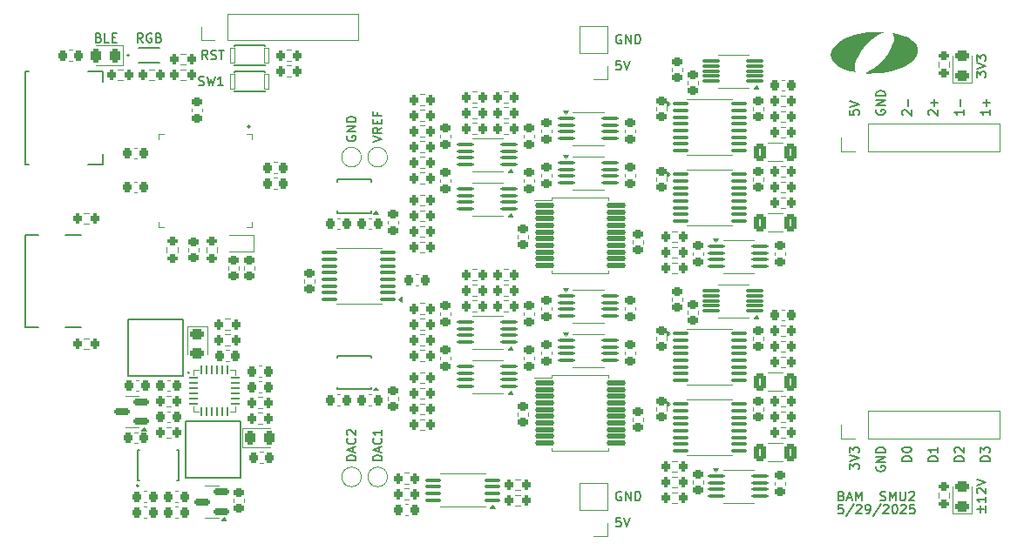
<source format=gbr>
%TF.GenerationSoftware,KiCad,Pcbnew,8.0.9-8.0.9-0~ubuntu24.04.1*%
%TF.CreationDate,2025-05-29T22:28:41-04:00*%
%TF.ProjectId,smu2,736d7532-2e6b-4696-9361-645f70636258,rev?*%
%TF.SameCoordinates,Original*%
%TF.FileFunction,Legend,Top*%
%TF.FilePolarity,Positive*%
%FSLAX46Y46*%
G04 Gerber Fmt 4.6, Leading zero omitted, Abs format (unit mm)*
G04 Created by KiCad (PCBNEW 8.0.9-8.0.9-0~ubuntu24.04.1) date 2025-05-29 22:28:41*
%MOMM*%
%LPD*%
G01*
G04 APERTURE LIST*
G04 Aperture macros list*
%AMRoundRect*
0 Rectangle with rounded corners*
0 $1 Rounding radius*
0 $2 $3 $4 $5 $6 $7 $8 $9 X,Y pos of 4 corners*
0 Add a 4 corners polygon primitive as box body*
4,1,4,$2,$3,$4,$5,$6,$7,$8,$9,$2,$3,0*
0 Add four circle primitives for the rounded corners*
1,1,$1+$1,$2,$3*
1,1,$1+$1,$4,$5*
1,1,$1+$1,$6,$7*
1,1,$1+$1,$8,$9*
0 Add four rect primitives between the rounded corners*
20,1,$1+$1,$2,$3,$4,$5,0*
20,1,$1+$1,$4,$5,$6,$7,0*
20,1,$1+$1,$6,$7,$8,$9,0*
20,1,$1+$1,$8,$9,$2,$3,0*%
G04 Aperture macros list end*
%ADD10C,0.177800*%
%ADD11C,0.152400*%
%ADD12C,0.120000*%
%ADD13C,0.150000*%
%ADD14C,0.200000*%
%ADD15C,0.000000*%
%ADD16C,0.160000*%
%ADD17RoundRect,0.200000X0.200000X0.275000X-0.200000X0.275000X-0.200000X-0.275000X0.200000X-0.275000X0*%
%ADD18R,0.250000X0.700000*%
%ADD19R,1.805000X1.650000*%
%ADD20R,1.070000X1.650000*%
%ADD21RoundRect,0.100000X-0.637500X-0.100000X0.637500X-0.100000X0.637500X0.100000X-0.637500X0.100000X0*%
%ADD22RoundRect,0.225000X-0.250000X0.225000X-0.250000X-0.225000X0.250000X-0.225000X0.250000X0.225000X0*%
%ADD23R,0.700000X1.500000*%
%ADD24R,1.500000X0.700000*%
%ADD25RoundRect,0.225000X0.250000X-0.225000X0.250000X0.225000X-0.250000X0.225000X-0.250000X-0.225000X0*%
%ADD26RoundRect,0.225000X-0.225000X-0.250000X0.225000X-0.250000X0.225000X0.250000X-0.225000X0.250000X0*%
%ADD27RoundRect,0.100000X-0.712500X-0.100000X0.712500X-0.100000X0.712500X0.100000X-0.712500X0.100000X0*%
%ADD28R,1.000000X0.500000*%
%ADD29RoundRect,0.225000X0.225000X0.250000X-0.225000X0.250000X-0.225000X-0.250000X0.225000X-0.250000X0*%
%ADD30RoundRect,0.200000X-0.200000X-0.275000X0.200000X-0.275000X0.200000X0.275000X-0.200000X0.275000X0*%
%ADD31RoundRect,0.250000X-0.312500X-0.625000X0.312500X-0.625000X0.312500X0.625000X-0.312500X0.625000X0*%
%ADD32C,2.000000*%
%ADD33RoundRect,0.243750X0.243750X0.456250X-0.243750X0.456250X-0.243750X-0.456250X0.243750X-0.456250X0*%
%ADD34R,1.524000X1.524000*%
%ADD35C,1.524000*%
%ADD36C,1.500000*%
%ADD37RoundRect,0.055000X-0.220000X-0.695000X0.220000X-0.695000X0.220000X0.695000X-0.220000X0.695000X0*%
%ADD38RoundRect,0.075000X0.737500X0.075000X-0.737500X0.075000X-0.737500X-0.075000X0.737500X-0.075000X0*%
%ADD39RoundRect,0.150000X0.587500X0.150000X-0.587500X0.150000X-0.587500X-0.150000X0.587500X-0.150000X0*%
%ADD40R,1.700000X1.700000*%
%ADD41O,1.700000X1.700000*%
%ADD42RoundRect,0.200000X0.275000X-0.200000X0.275000X0.200000X-0.275000X0.200000X-0.275000X-0.200000X0*%
%ADD43RoundRect,0.100000X0.712500X0.100000X-0.712500X0.100000X-0.712500X-0.100000X0.712500X-0.100000X0*%
%ADD44R,1.250000X4.700000*%
%ADD45R,1.100000X0.250000*%
%ADD46RoundRect,0.200000X-0.275000X0.200000X-0.275000X-0.200000X0.275000X-0.200000X0.275000X0.200000X0*%
%ADD47RoundRect,0.243750X-0.456250X0.243750X-0.456250X-0.243750X0.456250X-0.243750X0.456250X0.243750X0*%
%ADD48RoundRect,0.243750X0.456250X-0.243750X0.456250X0.243750X-0.456250X0.243750X-0.456250X-0.243750X0*%
%ADD49RoundRect,0.100000X0.637500X0.100000X-0.637500X0.100000X-0.637500X-0.100000X0.637500X-0.100000X0*%
%ADD50RoundRect,0.243750X-0.243750X-0.456250X0.243750X-0.456250X0.243750X0.456250X-0.243750X0.456250X0*%
%ADD51RoundRect,0.050000X-0.350000X-0.075000X0.350000X-0.075000X0.350000X0.075000X-0.350000X0.075000X0*%
%ADD52RoundRect,0.050000X0.075000X-0.350000X0.075000X0.350000X-0.075000X0.350000X-0.075000X-0.350000X0*%
%ADD53R,2.450000X2.450000*%
%ADD54RoundRect,0.112500X-0.837500X-0.112500X0.837500X-0.112500X0.837500X0.112500X-0.837500X0.112500X0*%
%ADD55R,0.600000X1.100000*%
%ADD56C,0.650000*%
%ADD57R,1.150000X0.580000*%
%ADD58R,1.150000X0.280000*%
%ADD59O,2.100000X1.050000*%
%ADD60O,2.000000X1.000000*%
%ADD61R,0.300000X0.850000*%
%ADD62R,0.850000X0.300000*%
%ADD63R,5.499999X5.499999*%
G04 APERTURE END LIST*
D10*
X172687693Y-132439690D02*
X172814693Y-132482023D01*
X172814693Y-132482023D02*
X173026360Y-132482023D01*
X173026360Y-132482023D02*
X173111026Y-132439690D01*
X173111026Y-132439690D02*
X173153360Y-132397356D01*
X173153360Y-132397356D02*
X173195693Y-132312690D01*
X173195693Y-132312690D02*
X173195693Y-132228023D01*
X173195693Y-132228023D02*
X173153360Y-132143356D01*
X173153360Y-132143356D02*
X173111026Y-132101023D01*
X173111026Y-132101023D02*
X173026360Y-132058690D01*
X173026360Y-132058690D02*
X172857026Y-132016356D01*
X172857026Y-132016356D02*
X172772360Y-131974023D01*
X172772360Y-131974023D02*
X172730026Y-131931690D01*
X172730026Y-131931690D02*
X172687693Y-131847023D01*
X172687693Y-131847023D02*
X172687693Y-131762356D01*
X172687693Y-131762356D02*
X172730026Y-131677690D01*
X172730026Y-131677690D02*
X172772360Y-131635356D01*
X172772360Y-131635356D02*
X172857026Y-131593023D01*
X172857026Y-131593023D02*
X173068693Y-131593023D01*
X173068693Y-131593023D02*
X173195693Y-131635356D01*
X173576693Y-132482023D02*
X173576693Y-131593023D01*
X173576693Y-131593023D02*
X173873027Y-132228023D01*
X173873027Y-132228023D02*
X174169360Y-131593023D01*
X174169360Y-131593023D02*
X174169360Y-132482023D01*
X174592693Y-131593023D02*
X174592693Y-132312690D01*
X174592693Y-132312690D02*
X174635027Y-132397356D01*
X174635027Y-132397356D02*
X174677360Y-132439690D01*
X174677360Y-132439690D02*
X174762027Y-132482023D01*
X174762027Y-132482023D02*
X174931360Y-132482023D01*
X174931360Y-132482023D02*
X175016027Y-132439690D01*
X175016027Y-132439690D02*
X175058360Y-132397356D01*
X175058360Y-132397356D02*
X175100693Y-132312690D01*
X175100693Y-132312690D02*
X175100693Y-131593023D01*
X175481693Y-131677690D02*
X175524026Y-131635356D01*
X175524026Y-131635356D02*
X175608693Y-131593023D01*
X175608693Y-131593023D02*
X175820360Y-131593023D01*
X175820360Y-131593023D02*
X175905026Y-131635356D01*
X175905026Y-131635356D02*
X175947360Y-131677690D01*
X175947360Y-131677690D02*
X175989693Y-131762356D01*
X175989693Y-131762356D02*
X175989693Y-131847023D01*
X175989693Y-131847023D02*
X175947360Y-131974023D01*
X175947360Y-131974023D02*
X175439360Y-132482023D01*
X175439360Y-132482023D02*
X175989693Y-132482023D01*
D11*
X107299403Y-89557344D02*
X107003070Y-89134011D01*
X106791403Y-89557344D02*
X106791403Y-88668344D01*
X106791403Y-88668344D02*
X107130070Y-88668344D01*
X107130070Y-88668344D02*
X107214737Y-88710677D01*
X107214737Y-88710677D02*
X107257070Y-88753011D01*
X107257070Y-88753011D02*
X107299403Y-88837677D01*
X107299403Y-88837677D02*
X107299403Y-88964677D01*
X107299403Y-88964677D02*
X107257070Y-89049344D01*
X107257070Y-89049344D02*
X107214737Y-89091677D01*
X107214737Y-89091677D02*
X107130070Y-89134011D01*
X107130070Y-89134011D02*
X106791403Y-89134011D01*
X107638070Y-89515011D02*
X107765070Y-89557344D01*
X107765070Y-89557344D02*
X107976737Y-89557344D01*
X107976737Y-89557344D02*
X108061403Y-89515011D01*
X108061403Y-89515011D02*
X108103737Y-89472677D01*
X108103737Y-89472677D02*
X108146070Y-89388011D01*
X108146070Y-89388011D02*
X108146070Y-89303344D01*
X108146070Y-89303344D02*
X108103737Y-89218677D01*
X108103737Y-89218677D02*
X108061403Y-89176344D01*
X108061403Y-89176344D02*
X107976737Y-89134011D01*
X107976737Y-89134011D02*
X107807403Y-89091677D01*
X107807403Y-89091677D02*
X107722737Y-89049344D01*
X107722737Y-89049344D02*
X107680403Y-89007011D01*
X107680403Y-89007011D02*
X107638070Y-88922344D01*
X107638070Y-88922344D02*
X107638070Y-88837677D01*
X107638070Y-88837677D02*
X107680403Y-88753011D01*
X107680403Y-88753011D02*
X107722737Y-88710677D01*
X107722737Y-88710677D02*
X107807403Y-88668344D01*
X107807403Y-88668344D02*
X108019070Y-88668344D01*
X108019070Y-88668344D02*
X108146070Y-88710677D01*
X108400070Y-88668344D02*
X108908070Y-88668344D01*
X108654070Y-89557344D02*
X108654070Y-88668344D01*
X124228344Y-128593070D02*
X123339344Y-128593070D01*
X123339344Y-128593070D02*
X123339344Y-128381403D01*
X123339344Y-128381403D02*
X123381677Y-128254403D01*
X123381677Y-128254403D02*
X123466344Y-128169737D01*
X123466344Y-128169737D02*
X123551011Y-128127403D01*
X123551011Y-128127403D02*
X123720344Y-128085070D01*
X123720344Y-128085070D02*
X123847344Y-128085070D01*
X123847344Y-128085070D02*
X124016677Y-128127403D01*
X124016677Y-128127403D02*
X124101344Y-128169737D01*
X124101344Y-128169737D02*
X124186011Y-128254403D01*
X124186011Y-128254403D02*
X124228344Y-128381403D01*
X124228344Y-128381403D02*
X124228344Y-128593070D01*
X123974344Y-127746403D02*
X123974344Y-127323070D01*
X124228344Y-127831070D02*
X123339344Y-127534737D01*
X123339344Y-127534737D02*
X124228344Y-127238403D01*
X124143677Y-126434070D02*
X124186011Y-126476403D01*
X124186011Y-126476403D02*
X124228344Y-126603403D01*
X124228344Y-126603403D02*
X124228344Y-126688070D01*
X124228344Y-126688070D02*
X124186011Y-126815070D01*
X124186011Y-126815070D02*
X124101344Y-126899737D01*
X124101344Y-126899737D02*
X124016677Y-126942070D01*
X124016677Y-126942070D02*
X123847344Y-126984403D01*
X123847344Y-126984403D02*
X123720344Y-126984403D01*
X123720344Y-126984403D02*
X123551011Y-126942070D01*
X123551011Y-126942070D02*
X123466344Y-126899737D01*
X123466344Y-126899737D02*
X123381677Y-126815070D01*
X123381677Y-126815070D02*
X123339344Y-126688070D01*
X123339344Y-126688070D02*
X123339344Y-126603403D01*
X123339344Y-126603403D02*
X123381677Y-126476403D01*
X123381677Y-126476403D02*
X123424011Y-126434070D01*
X124228344Y-125587403D02*
X124228344Y-126095403D01*
X124228344Y-125841403D02*
X123339344Y-125841403D01*
X123339344Y-125841403D02*
X123466344Y-125926070D01*
X123466344Y-125926070D02*
X123551011Y-126010737D01*
X123551011Y-126010737D02*
X123593344Y-126095403D01*
X178203344Y-128624263D02*
X177314344Y-128624263D01*
X177314344Y-128624263D02*
X177314344Y-128412596D01*
X177314344Y-128412596D02*
X177356677Y-128285596D01*
X177356677Y-128285596D02*
X177441344Y-128200930D01*
X177441344Y-128200930D02*
X177526011Y-128158596D01*
X177526011Y-128158596D02*
X177695344Y-128116263D01*
X177695344Y-128116263D02*
X177822344Y-128116263D01*
X177822344Y-128116263D02*
X177991677Y-128158596D01*
X177991677Y-128158596D02*
X178076344Y-128200930D01*
X178076344Y-128200930D02*
X178161011Y-128285596D01*
X178161011Y-128285596D02*
X178203344Y-128412596D01*
X178203344Y-128412596D02*
X178203344Y-128624263D01*
X178203344Y-127269596D02*
X178203344Y-127777596D01*
X178203344Y-127523596D02*
X177314344Y-127523596D01*
X177314344Y-127523596D02*
X177441344Y-127608263D01*
X177441344Y-127608263D02*
X177526011Y-127692930D01*
X177526011Y-127692930D02*
X177568344Y-127777596D01*
X106452736Y-92055011D02*
X106579736Y-92097344D01*
X106579736Y-92097344D02*
X106791403Y-92097344D01*
X106791403Y-92097344D02*
X106876069Y-92055011D01*
X106876069Y-92055011D02*
X106918403Y-92012677D01*
X106918403Y-92012677D02*
X106960736Y-91928011D01*
X106960736Y-91928011D02*
X106960736Y-91843344D01*
X106960736Y-91843344D02*
X106918403Y-91758677D01*
X106918403Y-91758677D02*
X106876069Y-91716344D01*
X106876069Y-91716344D02*
X106791403Y-91674011D01*
X106791403Y-91674011D02*
X106622069Y-91631677D01*
X106622069Y-91631677D02*
X106537403Y-91589344D01*
X106537403Y-91589344D02*
X106495069Y-91547011D01*
X106495069Y-91547011D02*
X106452736Y-91462344D01*
X106452736Y-91462344D02*
X106452736Y-91377677D01*
X106452736Y-91377677D02*
X106495069Y-91293011D01*
X106495069Y-91293011D02*
X106537403Y-91250677D01*
X106537403Y-91250677D02*
X106622069Y-91208344D01*
X106622069Y-91208344D02*
X106833736Y-91208344D01*
X106833736Y-91208344D02*
X106960736Y-91250677D01*
X107257070Y-91208344D02*
X107468736Y-92097344D01*
X107468736Y-92097344D02*
X107638070Y-91462344D01*
X107638070Y-91462344D02*
X107807403Y-92097344D01*
X107807403Y-92097344D02*
X108019070Y-91208344D01*
X108823403Y-92097344D02*
X108315403Y-92097344D01*
X108569403Y-92097344D02*
X108569403Y-91208344D01*
X108569403Y-91208344D02*
X108484736Y-91335344D01*
X108484736Y-91335344D02*
X108400070Y-91420011D01*
X108400070Y-91420011D02*
X108315403Y-91462344D01*
X169010263Y-132864344D02*
X168586929Y-132864344D01*
X168586929Y-132864344D02*
X168544596Y-133287677D01*
X168544596Y-133287677D02*
X168586929Y-133245344D01*
X168586929Y-133245344D02*
X168671596Y-133203011D01*
X168671596Y-133203011D02*
X168883263Y-133203011D01*
X168883263Y-133203011D02*
X168967929Y-133245344D01*
X168967929Y-133245344D02*
X169010263Y-133287677D01*
X169010263Y-133287677D02*
X169052596Y-133372344D01*
X169052596Y-133372344D02*
X169052596Y-133584011D01*
X169052596Y-133584011D02*
X169010263Y-133668677D01*
X169010263Y-133668677D02*
X168967929Y-133711011D01*
X168967929Y-133711011D02*
X168883263Y-133753344D01*
X168883263Y-133753344D02*
X168671596Y-133753344D01*
X168671596Y-133753344D02*
X168586929Y-133711011D01*
X168586929Y-133711011D02*
X168544596Y-133668677D01*
X170068596Y-132822011D02*
X169306596Y-133965011D01*
X170322596Y-132949011D02*
X170364929Y-132906677D01*
X170364929Y-132906677D02*
X170449596Y-132864344D01*
X170449596Y-132864344D02*
X170661263Y-132864344D01*
X170661263Y-132864344D02*
X170745929Y-132906677D01*
X170745929Y-132906677D02*
X170788263Y-132949011D01*
X170788263Y-132949011D02*
X170830596Y-133033677D01*
X170830596Y-133033677D02*
X170830596Y-133118344D01*
X170830596Y-133118344D02*
X170788263Y-133245344D01*
X170788263Y-133245344D02*
X170280263Y-133753344D01*
X170280263Y-133753344D02*
X170830596Y-133753344D01*
X171253930Y-133753344D02*
X171423263Y-133753344D01*
X171423263Y-133753344D02*
X171507930Y-133711011D01*
X171507930Y-133711011D02*
X171550263Y-133668677D01*
X171550263Y-133668677D02*
X171634930Y-133541677D01*
X171634930Y-133541677D02*
X171677263Y-133372344D01*
X171677263Y-133372344D02*
X171677263Y-133033677D01*
X171677263Y-133033677D02*
X171634930Y-132949011D01*
X171634930Y-132949011D02*
X171592596Y-132906677D01*
X171592596Y-132906677D02*
X171507930Y-132864344D01*
X171507930Y-132864344D02*
X171338596Y-132864344D01*
X171338596Y-132864344D02*
X171253930Y-132906677D01*
X171253930Y-132906677D02*
X171211596Y-132949011D01*
X171211596Y-132949011D02*
X171169263Y-133033677D01*
X171169263Y-133033677D02*
X171169263Y-133245344D01*
X171169263Y-133245344D02*
X171211596Y-133330011D01*
X171211596Y-133330011D02*
X171253930Y-133372344D01*
X171253930Y-133372344D02*
X171338596Y-133414677D01*
X171338596Y-133414677D02*
X171507930Y-133414677D01*
X171507930Y-133414677D02*
X171592596Y-133372344D01*
X171592596Y-133372344D02*
X171634930Y-133330011D01*
X171634930Y-133330011D02*
X171677263Y-133245344D01*
X172693263Y-132822011D02*
X171931263Y-133965011D01*
X172947263Y-132949011D02*
X172989596Y-132906677D01*
X172989596Y-132906677D02*
X173074263Y-132864344D01*
X173074263Y-132864344D02*
X173285930Y-132864344D01*
X173285930Y-132864344D02*
X173370596Y-132906677D01*
X173370596Y-132906677D02*
X173412930Y-132949011D01*
X173412930Y-132949011D02*
X173455263Y-133033677D01*
X173455263Y-133033677D02*
X173455263Y-133118344D01*
X173455263Y-133118344D02*
X173412930Y-133245344D01*
X173412930Y-133245344D02*
X172904930Y-133753344D01*
X172904930Y-133753344D02*
X173455263Y-133753344D01*
X174005597Y-132864344D02*
X174090263Y-132864344D01*
X174090263Y-132864344D02*
X174174930Y-132906677D01*
X174174930Y-132906677D02*
X174217263Y-132949011D01*
X174217263Y-132949011D02*
X174259597Y-133033677D01*
X174259597Y-133033677D02*
X174301930Y-133203011D01*
X174301930Y-133203011D02*
X174301930Y-133414677D01*
X174301930Y-133414677D02*
X174259597Y-133584011D01*
X174259597Y-133584011D02*
X174217263Y-133668677D01*
X174217263Y-133668677D02*
X174174930Y-133711011D01*
X174174930Y-133711011D02*
X174090263Y-133753344D01*
X174090263Y-133753344D02*
X174005597Y-133753344D01*
X174005597Y-133753344D02*
X173920930Y-133711011D01*
X173920930Y-133711011D02*
X173878597Y-133668677D01*
X173878597Y-133668677D02*
X173836263Y-133584011D01*
X173836263Y-133584011D02*
X173793930Y-133414677D01*
X173793930Y-133414677D02*
X173793930Y-133203011D01*
X173793930Y-133203011D02*
X173836263Y-133033677D01*
X173836263Y-133033677D02*
X173878597Y-132949011D01*
X173878597Y-132949011D02*
X173920930Y-132906677D01*
X173920930Y-132906677D02*
X174005597Y-132864344D01*
X174640597Y-132949011D02*
X174682930Y-132906677D01*
X174682930Y-132906677D02*
X174767597Y-132864344D01*
X174767597Y-132864344D02*
X174979264Y-132864344D01*
X174979264Y-132864344D02*
X175063930Y-132906677D01*
X175063930Y-132906677D02*
X175106264Y-132949011D01*
X175106264Y-132949011D02*
X175148597Y-133033677D01*
X175148597Y-133033677D02*
X175148597Y-133118344D01*
X175148597Y-133118344D02*
X175106264Y-133245344D01*
X175106264Y-133245344D02*
X174598264Y-133753344D01*
X174598264Y-133753344D02*
X175148597Y-133753344D01*
X175952931Y-132864344D02*
X175529597Y-132864344D01*
X175529597Y-132864344D02*
X175487264Y-133287677D01*
X175487264Y-133287677D02*
X175529597Y-133245344D01*
X175529597Y-133245344D02*
X175614264Y-133203011D01*
X175614264Y-133203011D02*
X175825931Y-133203011D01*
X175825931Y-133203011D02*
X175910597Y-133245344D01*
X175910597Y-133245344D02*
X175952931Y-133287677D01*
X175952931Y-133287677D02*
X175995264Y-133372344D01*
X175995264Y-133372344D02*
X175995264Y-133584011D01*
X175995264Y-133584011D02*
X175952931Y-133668677D01*
X175952931Y-133668677D02*
X175910597Y-133711011D01*
X175910597Y-133711011D02*
X175825931Y-133753344D01*
X175825931Y-133753344D02*
X175614264Y-133753344D01*
X175614264Y-133753344D02*
X175529597Y-133711011D01*
X175529597Y-133711011D02*
X175487264Y-133668677D01*
X183283344Y-128624263D02*
X182394344Y-128624263D01*
X182394344Y-128624263D02*
X182394344Y-128412596D01*
X182394344Y-128412596D02*
X182436677Y-128285596D01*
X182436677Y-128285596D02*
X182521344Y-128200930D01*
X182521344Y-128200930D02*
X182606011Y-128158596D01*
X182606011Y-128158596D02*
X182775344Y-128116263D01*
X182775344Y-128116263D02*
X182902344Y-128116263D01*
X182902344Y-128116263D02*
X183071677Y-128158596D01*
X183071677Y-128158596D02*
X183156344Y-128200930D01*
X183156344Y-128200930D02*
X183241011Y-128285596D01*
X183241011Y-128285596D02*
X183283344Y-128412596D01*
X183283344Y-128412596D02*
X183283344Y-128624263D01*
X182394344Y-127819930D02*
X182394344Y-127269596D01*
X182394344Y-127269596D02*
X182733011Y-127565930D01*
X182733011Y-127565930D02*
X182733011Y-127438930D01*
X182733011Y-127438930D02*
X182775344Y-127354263D01*
X182775344Y-127354263D02*
X182817677Y-127311930D01*
X182817677Y-127311930D02*
X182902344Y-127269596D01*
X182902344Y-127269596D02*
X183114011Y-127269596D01*
X183114011Y-127269596D02*
X183198677Y-127311930D01*
X183198677Y-127311930D02*
X183241011Y-127354263D01*
X183241011Y-127354263D02*
X183283344Y-127438930D01*
X183283344Y-127438930D02*
X183283344Y-127692930D01*
X183283344Y-127692930D02*
X183241011Y-127777596D01*
X183241011Y-127777596D02*
X183198677Y-127819930D01*
X100986166Y-87894279D02*
X100689833Y-87470946D01*
X100478166Y-87894279D02*
X100478166Y-87005279D01*
X100478166Y-87005279D02*
X100816833Y-87005279D01*
X100816833Y-87005279D02*
X100901500Y-87047612D01*
X100901500Y-87047612D02*
X100943833Y-87089946D01*
X100943833Y-87089946D02*
X100986166Y-87174612D01*
X100986166Y-87174612D02*
X100986166Y-87301612D01*
X100986166Y-87301612D02*
X100943833Y-87386279D01*
X100943833Y-87386279D02*
X100901500Y-87428612D01*
X100901500Y-87428612D02*
X100816833Y-87470946D01*
X100816833Y-87470946D02*
X100478166Y-87470946D01*
X101832833Y-87047612D02*
X101748166Y-87005279D01*
X101748166Y-87005279D02*
X101621166Y-87005279D01*
X101621166Y-87005279D02*
X101494166Y-87047612D01*
X101494166Y-87047612D02*
X101409500Y-87132279D01*
X101409500Y-87132279D02*
X101367166Y-87216946D01*
X101367166Y-87216946D02*
X101324833Y-87386279D01*
X101324833Y-87386279D02*
X101324833Y-87513279D01*
X101324833Y-87513279D02*
X101367166Y-87682612D01*
X101367166Y-87682612D02*
X101409500Y-87767279D01*
X101409500Y-87767279D02*
X101494166Y-87851946D01*
X101494166Y-87851946D02*
X101621166Y-87894279D01*
X101621166Y-87894279D02*
X101705833Y-87894279D01*
X101705833Y-87894279D02*
X101832833Y-87851946D01*
X101832833Y-87851946D02*
X101875166Y-87809612D01*
X101875166Y-87809612D02*
X101875166Y-87513279D01*
X101875166Y-87513279D02*
X101705833Y-87513279D01*
X102552500Y-87428612D02*
X102679500Y-87470946D01*
X102679500Y-87470946D02*
X102721833Y-87513279D01*
X102721833Y-87513279D02*
X102764166Y-87597946D01*
X102764166Y-87597946D02*
X102764166Y-87724946D01*
X102764166Y-87724946D02*
X102721833Y-87809612D01*
X102721833Y-87809612D02*
X102679500Y-87851946D01*
X102679500Y-87851946D02*
X102594833Y-87894279D01*
X102594833Y-87894279D02*
X102256166Y-87894279D01*
X102256166Y-87894279D02*
X102256166Y-87005279D01*
X102256166Y-87005279D02*
X102552500Y-87005279D01*
X102552500Y-87005279D02*
X102637166Y-87047612D01*
X102637166Y-87047612D02*
X102679500Y-87089946D01*
X102679500Y-87089946D02*
X102721833Y-87174612D01*
X102721833Y-87174612D02*
X102721833Y-87259279D01*
X102721833Y-87259279D02*
X102679500Y-87343946D01*
X102679500Y-87343946D02*
X102637166Y-87386279D01*
X102637166Y-87386279D02*
X102552500Y-87428612D01*
X102552500Y-87428612D02*
X102256166Y-87428612D01*
X183283344Y-94472403D02*
X183283344Y-94980403D01*
X183283344Y-94726403D02*
X182394344Y-94726403D01*
X182394344Y-94726403D02*
X182521344Y-94811070D01*
X182521344Y-94811070D02*
X182606011Y-94895737D01*
X182606011Y-94895737D02*
X182648344Y-94980403D01*
X182944677Y-94091403D02*
X182944677Y-93414070D01*
X183283344Y-93752736D02*
X182606011Y-93752736D01*
X174859011Y-94980403D02*
X174816677Y-94938070D01*
X174816677Y-94938070D02*
X174774344Y-94853403D01*
X174774344Y-94853403D02*
X174774344Y-94641737D01*
X174774344Y-94641737D02*
X174816677Y-94557070D01*
X174816677Y-94557070D02*
X174859011Y-94514737D01*
X174859011Y-94514737D02*
X174943677Y-94472403D01*
X174943677Y-94472403D02*
X175028344Y-94472403D01*
X175028344Y-94472403D02*
X175155344Y-94514737D01*
X175155344Y-94514737D02*
X175663344Y-95022737D01*
X175663344Y-95022737D02*
X175663344Y-94472403D01*
X175324677Y-94091403D02*
X175324677Y-93414070D01*
X168883263Y-132017677D02*
X169010263Y-132060011D01*
X169010263Y-132060011D02*
X169052596Y-132102344D01*
X169052596Y-132102344D02*
X169094929Y-132187011D01*
X169094929Y-132187011D02*
X169094929Y-132314011D01*
X169094929Y-132314011D02*
X169052596Y-132398677D01*
X169052596Y-132398677D02*
X169010263Y-132441011D01*
X169010263Y-132441011D02*
X168925596Y-132483344D01*
X168925596Y-132483344D02*
X168586929Y-132483344D01*
X168586929Y-132483344D02*
X168586929Y-131594344D01*
X168586929Y-131594344D02*
X168883263Y-131594344D01*
X168883263Y-131594344D02*
X168967929Y-131636677D01*
X168967929Y-131636677D02*
X169010263Y-131679011D01*
X169010263Y-131679011D02*
X169052596Y-131763677D01*
X169052596Y-131763677D02*
X169052596Y-131848344D01*
X169052596Y-131848344D02*
X169010263Y-131933011D01*
X169010263Y-131933011D02*
X168967929Y-131975344D01*
X168967929Y-131975344D02*
X168883263Y-132017677D01*
X168883263Y-132017677D02*
X168586929Y-132017677D01*
X169433596Y-132229344D02*
X169856929Y-132229344D01*
X169348929Y-132483344D02*
X169645263Y-131594344D01*
X169645263Y-131594344D02*
X169941596Y-132483344D01*
X170237929Y-132483344D02*
X170237929Y-131594344D01*
X170237929Y-131594344D02*
X170534263Y-132229344D01*
X170534263Y-132229344D02*
X170830596Y-131594344D01*
X170830596Y-131594344D02*
X170830596Y-132483344D01*
X180743344Y-128624263D02*
X179854344Y-128624263D01*
X179854344Y-128624263D02*
X179854344Y-128412596D01*
X179854344Y-128412596D02*
X179896677Y-128285596D01*
X179896677Y-128285596D02*
X179981344Y-128200930D01*
X179981344Y-128200930D02*
X180066011Y-128158596D01*
X180066011Y-128158596D02*
X180235344Y-128116263D01*
X180235344Y-128116263D02*
X180362344Y-128116263D01*
X180362344Y-128116263D02*
X180531677Y-128158596D01*
X180531677Y-128158596D02*
X180616344Y-128200930D01*
X180616344Y-128200930D02*
X180701011Y-128285596D01*
X180701011Y-128285596D02*
X180743344Y-128412596D01*
X180743344Y-128412596D02*
X180743344Y-128624263D01*
X179939011Y-127777596D02*
X179896677Y-127735263D01*
X179896677Y-127735263D02*
X179854344Y-127650596D01*
X179854344Y-127650596D02*
X179854344Y-127438930D01*
X179854344Y-127438930D02*
X179896677Y-127354263D01*
X179896677Y-127354263D02*
X179939011Y-127311930D01*
X179939011Y-127311930D02*
X180023677Y-127269596D01*
X180023677Y-127269596D02*
X180108344Y-127269596D01*
X180108344Y-127269596D02*
X180235344Y-127311930D01*
X180235344Y-127311930D02*
X180743344Y-127819930D01*
X180743344Y-127819930D02*
X180743344Y-127269596D01*
X147462596Y-87186677D02*
X147377929Y-87144344D01*
X147377929Y-87144344D02*
X147250929Y-87144344D01*
X147250929Y-87144344D02*
X147123929Y-87186677D01*
X147123929Y-87186677D02*
X147039263Y-87271344D01*
X147039263Y-87271344D02*
X146996929Y-87356011D01*
X146996929Y-87356011D02*
X146954596Y-87525344D01*
X146954596Y-87525344D02*
X146954596Y-87652344D01*
X146954596Y-87652344D02*
X146996929Y-87821677D01*
X146996929Y-87821677D02*
X147039263Y-87906344D01*
X147039263Y-87906344D02*
X147123929Y-87991011D01*
X147123929Y-87991011D02*
X147250929Y-88033344D01*
X147250929Y-88033344D02*
X147335596Y-88033344D01*
X147335596Y-88033344D02*
X147462596Y-87991011D01*
X147462596Y-87991011D02*
X147504929Y-87948677D01*
X147504929Y-87948677D02*
X147504929Y-87652344D01*
X147504929Y-87652344D02*
X147335596Y-87652344D01*
X147885929Y-88033344D02*
X147885929Y-87144344D01*
X147885929Y-87144344D02*
X148393929Y-88033344D01*
X148393929Y-88033344D02*
X148393929Y-87144344D01*
X148817262Y-88033344D02*
X148817262Y-87144344D01*
X148817262Y-87144344D02*
X149028929Y-87144344D01*
X149028929Y-87144344D02*
X149155929Y-87186677D01*
X149155929Y-87186677D02*
X149240596Y-87271344D01*
X149240596Y-87271344D02*
X149282929Y-87356011D01*
X149282929Y-87356011D02*
X149325262Y-87525344D01*
X149325262Y-87525344D02*
X149325262Y-87652344D01*
X149325262Y-87652344D02*
X149282929Y-87821677D01*
X149282929Y-87821677D02*
X149240596Y-87906344D01*
X149240596Y-87906344D02*
X149155929Y-87991011D01*
X149155929Y-87991011D02*
X149028929Y-88033344D01*
X149028929Y-88033344D02*
X148817262Y-88033344D01*
X123339344Y-97605070D02*
X124228344Y-97308737D01*
X124228344Y-97308737D02*
X123339344Y-97012403D01*
X124228344Y-96208070D02*
X123805011Y-96504403D01*
X124228344Y-96716070D02*
X123339344Y-96716070D01*
X123339344Y-96716070D02*
X123339344Y-96377403D01*
X123339344Y-96377403D02*
X123381677Y-96292737D01*
X123381677Y-96292737D02*
X123424011Y-96250403D01*
X123424011Y-96250403D02*
X123508677Y-96208070D01*
X123508677Y-96208070D02*
X123635677Y-96208070D01*
X123635677Y-96208070D02*
X123720344Y-96250403D01*
X123720344Y-96250403D02*
X123762677Y-96292737D01*
X123762677Y-96292737D02*
X123805011Y-96377403D01*
X123805011Y-96377403D02*
X123805011Y-96716070D01*
X123762677Y-95827070D02*
X123762677Y-95530737D01*
X124228344Y-95403737D02*
X124228344Y-95827070D01*
X124228344Y-95827070D02*
X123339344Y-95827070D01*
X123339344Y-95827070D02*
X123339344Y-95403737D01*
X123762677Y-94726404D02*
X123762677Y-95022737D01*
X124228344Y-95022737D02*
X123339344Y-95022737D01*
X123339344Y-95022737D02*
X123339344Y-94599404D01*
X175663344Y-128624263D02*
X174774344Y-128624263D01*
X174774344Y-128624263D02*
X174774344Y-128412596D01*
X174774344Y-128412596D02*
X174816677Y-128285596D01*
X174816677Y-128285596D02*
X174901344Y-128200930D01*
X174901344Y-128200930D02*
X174986011Y-128158596D01*
X174986011Y-128158596D02*
X175155344Y-128116263D01*
X175155344Y-128116263D02*
X175282344Y-128116263D01*
X175282344Y-128116263D02*
X175451677Y-128158596D01*
X175451677Y-128158596D02*
X175536344Y-128200930D01*
X175536344Y-128200930D02*
X175621011Y-128285596D01*
X175621011Y-128285596D02*
X175663344Y-128412596D01*
X175663344Y-128412596D02*
X175663344Y-128624263D01*
X174774344Y-127565930D02*
X174774344Y-127481263D01*
X174774344Y-127481263D02*
X174816677Y-127396596D01*
X174816677Y-127396596D02*
X174859011Y-127354263D01*
X174859011Y-127354263D02*
X174943677Y-127311930D01*
X174943677Y-127311930D02*
X175113011Y-127269596D01*
X175113011Y-127269596D02*
X175324677Y-127269596D01*
X175324677Y-127269596D02*
X175494011Y-127311930D01*
X175494011Y-127311930D02*
X175578677Y-127354263D01*
X175578677Y-127354263D02*
X175621011Y-127396596D01*
X175621011Y-127396596D02*
X175663344Y-127481263D01*
X175663344Y-127481263D02*
X175663344Y-127565930D01*
X175663344Y-127565930D02*
X175621011Y-127650596D01*
X175621011Y-127650596D02*
X175578677Y-127692930D01*
X175578677Y-127692930D02*
X175494011Y-127735263D01*
X175494011Y-127735263D02*
X175324677Y-127777596D01*
X175324677Y-127777596D02*
X175113011Y-127777596D01*
X175113011Y-127777596D02*
X174943677Y-127735263D01*
X174943677Y-127735263D02*
X174859011Y-127692930D01*
X174859011Y-127692930D02*
X174816677Y-127650596D01*
X174816677Y-127650596D02*
X174774344Y-127565930D01*
X121688344Y-128593070D02*
X120799344Y-128593070D01*
X120799344Y-128593070D02*
X120799344Y-128381403D01*
X120799344Y-128381403D02*
X120841677Y-128254403D01*
X120841677Y-128254403D02*
X120926344Y-128169737D01*
X120926344Y-128169737D02*
X121011011Y-128127403D01*
X121011011Y-128127403D02*
X121180344Y-128085070D01*
X121180344Y-128085070D02*
X121307344Y-128085070D01*
X121307344Y-128085070D02*
X121476677Y-128127403D01*
X121476677Y-128127403D02*
X121561344Y-128169737D01*
X121561344Y-128169737D02*
X121646011Y-128254403D01*
X121646011Y-128254403D02*
X121688344Y-128381403D01*
X121688344Y-128381403D02*
X121688344Y-128593070D01*
X121434344Y-127746403D02*
X121434344Y-127323070D01*
X121688344Y-127831070D02*
X120799344Y-127534737D01*
X120799344Y-127534737D02*
X121688344Y-127238403D01*
X121603677Y-126434070D02*
X121646011Y-126476403D01*
X121646011Y-126476403D02*
X121688344Y-126603403D01*
X121688344Y-126603403D02*
X121688344Y-126688070D01*
X121688344Y-126688070D02*
X121646011Y-126815070D01*
X121646011Y-126815070D02*
X121561344Y-126899737D01*
X121561344Y-126899737D02*
X121476677Y-126942070D01*
X121476677Y-126942070D02*
X121307344Y-126984403D01*
X121307344Y-126984403D02*
X121180344Y-126984403D01*
X121180344Y-126984403D02*
X121011011Y-126942070D01*
X121011011Y-126942070D02*
X120926344Y-126899737D01*
X120926344Y-126899737D02*
X120841677Y-126815070D01*
X120841677Y-126815070D02*
X120799344Y-126688070D01*
X120799344Y-126688070D02*
X120799344Y-126603403D01*
X120799344Y-126603403D02*
X120841677Y-126476403D01*
X120841677Y-126476403D02*
X120884011Y-126434070D01*
X120884011Y-126095403D02*
X120841677Y-126053070D01*
X120841677Y-126053070D02*
X120799344Y-125968403D01*
X120799344Y-125968403D02*
X120799344Y-125756737D01*
X120799344Y-125756737D02*
X120841677Y-125672070D01*
X120841677Y-125672070D02*
X120884011Y-125629737D01*
X120884011Y-125629737D02*
X120968677Y-125587403D01*
X120968677Y-125587403D02*
X121053344Y-125587403D01*
X121053344Y-125587403D02*
X121180344Y-125629737D01*
X121180344Y-125629737D02*
X121688344Y-126137737D01*
X121688344Y-126137737D02*
X121688344Y-125587403D01*
X147462596Y-131636677D02*
X147377929Y-131594344D01*
X147377929Y-131594344D02*
X147250929Y-131594344D01*
X147250929Y-131594344D02*
X147123929Y-131636677D01*
X147123929Y-131636677D02*
X147039263Y-131721344D01*
X147039263Y-131721344D02*
X146996929Y-131806011D01*
X146996929Y-131806011D02*
X146954596Y-131975344D01*
X146954596Y-131975344D02*
X146954596Y-132102344D01*
X146954596Y-132102344D02*
X146996929Y-132271677D01*
X146996929Y-132271677D02*
X147039263Y-132356344D01*
X147039263Y-132356344D02*
X147123929Y-132441011D01*
X147123929Y-132441011D02*
X147250929Y-132483344D01*
X147250929Y-132483344D02*
X147335596Y-132483344D01*
X147335596Y-132483344D02*
X147462596Y-132441011D01*
X147462596Y-132441011D02*
X147504929Y-132398677D01*
X147504929Y-132398677D02*
X147504929Y-132102344D01*
X147504929Y-132102344D02*
X147335596Y-132102344D01*
X147885929Y-132483344D02*
X147885929Y-131594344D01*
X147885929Y-131594344D02*
X148393929Y-132483344D01*
X148393929Y-132483344D02*
X148393929Y-131594344D01*
X148817262Y-132483344D02*
X148817262Y-131594344D01*
X148817262Y-131594344D02*
X149028929Y-131594344D01*
X149028929Y-131594344D02*
X149155929Y-131636677D01*
X149155929Y-131636677D02*
X149240596Y-131721344D01*
X149240596Y-131721344D02*
X149282929Y-131806011D01*
X149282929Y-131806011D02*
X149325262Y-131975344D01*
X149325262Y-131975344D02*
X149325262Y-132102344D01*
X149325262Y-132102344D02*
X149282929Y-132271677D01*
X149282929Y-132271677D02*
X149240596Y-132356344D01*
X149240596Y-132356344D02*
X149155929Y-132441011D01*
X149155929Y-132441011D02*
X149028929Y-132483344D01*
X149028929Y-132483344D02*
X148817262Y-132483344D01*
X147420263Y-89684344D02*
X146996929Y-89684344D01*
X146996929Y-89684344D02*
X146954596Y-90107677D01*
X146954596Y-90107677D02*
X146996929Y-90065344D01*
X146996929Y-90065344D02*
X147081596Y-90023011D01*
X147081596Y-90023011D02*
X147293263Y-90023011D01*
X147293263Y-90023011D02*
X147377929Y-90065344D01*
X147377929Y-90065344D02*
X147420263Y-90107677D01*
X147420263Y-90107677D02*
X147462596Y-90192344D01*
X147462596Y-90192344D02*
X147462596Y-90404011D01*
X147462596Y-90404011D02*
X147420263Y-90488677D01*
X147420263Y-90488677D02*
X147377929Y-90531011D01*
X147377929Y-90531011D02*
X147293263Y-90573344D01*
X147293263Y-90573344D02*
X147081596Y-90573344D01*
X147081596Y-90573344D02*
X146996929Y-90531011D01*
X146996929Y-90531011D02*
X146954596Y-90488677D01*
X147716596Y-89684344D02*
X148012930Y-90573344D01*
X148012930Y-90573344D02*
X148309263Y-89684344D01*
X169694344Y-129428597D02*
X169694344Y-128878263D01*
X169694344Y-128878263D02*
X170033011Y-129174597D01*
X170033011Y-129174597D02*
X170033011Y-129047597D01*
X170033011Y-129047597D02*
X170075344Y-128962930D01*
X170075344Y-128962930D02*
X170117677Y-128920597D01*
X170117677Y-128920597D02*
X170202344Y-128878263D01*
X170202344Y-128878263D02*
X170414011Y-128878263D01*
X170414011Y-128878263D02*
X170498677Y-128920597D01*
X170498677Y-128920597D02*
X170541011Y-128962930D01*
X170541011Y-128962930D02*
X170583344Y-129047597D01*
X170583344Y-129047597D02*
X170583344Y-129301597D01*
X170583344Y-129301597D02*
X170541011Y-129386263D01*
X170541011Y-129386263D02*
X170498677Y-129428597D01*
X169694344Y-128624263D02*
X170583344Y-128327930D01*
X170583344Y-128327930D02*
X169694344Y-128031596D01*
X169694344Y-127819930D02*
X169694344Y-127269596D01*
X169694344Y-127269596D02*
X170033011Y-127565930D01*
X170033011Y-127565930D02*
X170033011Y-127438930D01*
X170033011Y-127438930D02*
X170075344Y-127354263D01*
X170075344Y-127354263D02*
X170117677Y-127311930D01*
X170117677Y-127311930D02*
X170202344Y-127269596D01*
X170202344Y-127269596D02*
X170414011Y-127269596D01*
X170414011Y-127269596D02*
X170498677Y-127311930D01*
X170498677Y-127311930D02*
X170541011Y-127354263D01*
X170541011Y-127354263D02*
X170583344Y-127438930D01*
X170583344Y-127438930D02*
X170583344Y-127692930D01*
X170583344Y-127692930D02*
X170541011Y-127777596D01*
X170541011Y-127777596D02*
X170498677Y-127819930D01*
X169694344Y-94514737D02*
X169694344Y-94938070D01*
X169694344Y-94938070D02*
X170117677Y-94980403D01*
X170117677Y-94980403D02*
X170075344Y-94938070D01*
X170075344Y-94938070D02*
X170033011Y-94853403D01*
X170033011Y-94853403D02*
X170033011Y-94641737D01*
X170033011Y-94641737D02*
X170075344Y-94557070D01*
X170075344Y-94557070D02*
X170117677Y-94514737D01*
X170117677Y-94514737D02*
X170202344Y-94472403D01*
X170202344Y-94472403D02*
X170414011Y-94472403D01*
X170414011Y-94472403D02*
X170498677Y-94514737D01*
X170498677Y-94514737D02*
X170541011Y-94557070D01*
X170541011Y-94557070D02*
X170583344Y-94641737D01*
X170583344Y-94641737D02*
X170583344Y-94853403D01*
X170583344Y-94853403D02*
X170541011Y-94938070D01*
X170541011Y-94938070D02*
X170498677Y-94980403D01*
X169694344Y-94218403D02*
X170583344Y-93922070D01*
X170583344Y-93922070D02*
X169694344Y-93625736D01*
X182025408Y-91270667D02*
X182025408Y-90720333D01*
X182025408Y-90720333D02*
X182364075Y-91016667D01*
X182364075Y-91016667D02*
X182364075Y-90889667D01*
X182364075Y-90889667D02*
X182406408Y-90805000D01*
X182406408Y-90805000D02*
X182448741Y-90762667D01*
X182448741Y-90762667D02*
X182533408Y-90720333D01*
X182533408Y-90720333D02*
X182745075Y-90720333D01*
X182745075Y-90720333D02*
X182829741Y-90762667D01*
X182829741Y-90762667D02*
X182872075Y-90805000D01*
X182872075Y-90805000D02*
X182914408Y-90889667D01*
X182914408Y-90889667D02*
X182914408Y-91143667D01*
X182914408Y-91143667D02*
X182872075Y-91228333D01*
X182872075Y-91228333D02*
X182829741Y-91270667D01*
X182025408Y-90466333D02*
X182914408Y-90170000D01*
X182914408Y-90170000D02*
X182025408Y-89873666D01*
X182025408Y-89662000D02*
X182025408Y-89111666D01*
X182025408Y-89111666D02*
X182364075Y-89408000D01*
X182364075Y-89408000D02*
X182364075Y-89281000D01*
X182364075Y-89281000D02*
X182406408Y-89196333D01*
X182406408Y-89196333D02*
X182448741Y-89154000D01*
X182448741Y-89154000D02*
X182533408Y-89111666D01*
X182533408Y-89111666D02*
X182745075Y-89111666D01*
X182745075Y-89111666D02*
X182829741Y-89154000D01*
X182829741Y-89154000D02*
X182872075Y-89196333D01*
X182872075Y-89196333D02*
X182914408Y-89281000D01*
X182914408Y-89281000D02*
X182914408Y-89535000D01*
X182914408Y-89535000D02*
X182872075Y-89619666D01*
X182872075Y-89619666D02*
X182829741Y-89662000D01*
X147420263Y-134134344D02*
X146996929Y-134134344D01*
X146996929Y-134134344D02*
X146954596Y-134557677D01*
X146954596Y-134557677D02*
X146996929Y-134515344D01*
X146996929Y-134515344D02*
X147081596Y-134473011D01*
X147081596Y-134473011D02*
X147293263Y-134473011D01*
X147293263Y-134473011D02*
X147377929Y-134515344D01*
X147377929Y-134515344D02*
X147420263Y-134557677D01*
X147420263Y-134557677D02*
X147462596Y-134642344D01*
X147462596Y-134642344D02*
X147462596Y-134854011D01*
X147462596Y-134854011D02*
X147420263Y-134938677D01*
X147420263Y-134938677D02*
X147377929Y-134981011D01*
X147377929Y-134981011D02*
X147293263Y-135023344D01*
X147293263Y-135023344D02*
X147081596Y-135023344D01*
X147081596Y-135023344D02*
X146996929Y-134981011D01*
X146996929Y-134981011D02*
X146954596Y-134938677D01*
X147716596Y-134134344D02*
X148012930Y-135023344D01*
X148012930Y-135023344D02*
X148309263Y-134134344D01*
X120841677Y-97012403D02*
X120799344Y-97097070D01*
X120799344Y-97097070D02*
X120799344Y-97224070D01*
X120799344Y-97224070D02*
X120841677Y-97351070D01*
X120841677Y-97351070D02*
X120926344Y-97435737D01*
X120926344Y-97435737D02*
X121011011Y-97478070D01*
X121011011Y-97478070D02*
X121180344Y-97520403D01*
X121180344Y-97520403D02*
X121307344Y-97520403D01*
X121307344Y-97520403D02*
X121476677Y-97478070D01*
X121476677Y-97478070D02*
X121561344Y-97435737D01*
X121561344Y-97435737D02*
X121646011Y-97351070D01*
X121646011Y-97351070D02*
X121688344Y-97224070D01*
X121688344Y-97224070D02*
X121688344Y-97139403D01*
X121688344Y-97139403D02*
X121646011Y-97012403D01*
X121646011Y-97012403D02*
X121603677Y-96970070D01*
X121603677Y-96970070D02*
X121307344Y-96970070D01*
X121307344Y-96970070D02*
X121307344Y-97139403D01*
X121688344Y-96589070D02*
X120799344Y-96589070D01*
X120799344Y-96589070D02*
X121688344Y-96081070D01*
X121688344Y-96081070D02*
X120799344Y-96081070D01*
X121688344Y-95657737D02*
X120799344Y-95657737D01*
X120799344Y-95657737D02*
X120799344Y-95446070D01*
X120799344Y-95446070D02*
X120841677Y-95319070D01*
X120841677Y-95319070D02*
X120926344Y-95234404D01*
X120926344Y-95234404D02*
X121011011Y-95192070D01*
X121011011Y-95192070D02*
X121180344Y-95149737D01*
X121180344Y-95149737D02*
X121307344Y-95149737D01*
X121307344Y-95149737D02*
X121476677Y-95192070D01*
X121476677Y-95192070D02*
X121561344Y-95234404D01*
X121561344Y-95234404D02*
X121646011Y-95319070D01*
X121646011Y-95319070D02*
X121688344Y-95446070D01*
X121688344Y-95446070D02*
X121688344Y-95657737D01*
X172276677Y-129132262D02*
X172234344Y-129216929D01*
X172234344Y-129216929D02*
X172234344Y-129343929D01*
X172234344Y-129343929D02*
X172276677Y-129470929D01*
X172276677Y-129470929D02*
X172361344Y-129555596D01*
X172361344Y-129555596D02*
X172446011Y-129597929D01*
X172446011Y-129597929D02*
X172615344Y-129640262D01*
X172615344Y-129640262D02*
X172742344Y-129640262D01*
X172742344Y-129640262D02*
X172911677Y-129597929D01*
X172911677Y-129597929D02*
X172996344Y-129555596D01*
X172996344Y-129555596D02*
X173081011Y-129470929D01*
X173081011Y-129470929D02*
X173123344Y-129343929D01*
X173123344Y-129343929D02*
X173123344Y-129259262D01*
X173123344Y-129259262D02*
X173081011Y-129132262D01*
X173081011Y-129132262D02*
X173038677Y-129089929D01*
X173038677Y-129089929D02*
X172742344Y-129089929D01*
X172742344Y-129089929D02*
X172742344Y-129259262D01*
X173123344Y-128708929D02*
X172234344Y-128708929D01*
X172234344Y-128708929D02*
X173123344Y-128200929D01*
X173123344Y-128200929D02*
X172234344Y-128200929D01*
X173123344Y-127777596D02*
X172234344Y-127777596D01*
X172234344Y-127777596D02*
X172234344Y-127565929D01*
X172234344Y-127565929D02*
X172276677Y-127438929D01*
X172276677Y-127438929D02*
X172361344Y-127354263D01*
X172361344Y-127354263D02*
X172446011Y-127311929D01*
X172446011Y-127311929D02*
X172615344Y-127269596D01*
X172615344Y-127269596D02*
X172742344Y-127269596D01*
X172742344Y-127269596D02*
X172911677Y-127311929D01*
X172911677Y-127311929D02*
X172996344Y-127354263D01*
X172996344Y-127354263D02*
X173081011Y-127438929D01*
X173081011Y-127438929D02*
X173123344Y-127565929D01*
X173123344Y-127565929D02*
X173123344Y-127777596D01*
X182406408Y-133646333D02*
X182406408Y-132969000D01*
X182745075Y-133307666D02*
X182067741Y-133307666D01*
X182914408Y-132969000D02*
X182914408Y-133646333D01*
X182914408Y-132079999D02*
X182914408Y-132587999D01*
X182914408Y-132333999D02*
X182025408Y-132333999D01*
X182025408Y-132333999D02*
X182152408Y-132418666D01*
X182152408Y-132418666D02*
X182237075Y-132503333D01*
X182237075Y-132503333D02*
X182279408Y-132587999D01*
X182110075Y-131741332D02*
X182067741Y-131698999D01*
X182067741Y-131698999D02*
X182025408Y-131614332D01*
X182025408Y-131614332D02*
X182025408Y-131402666D01*
X182025408Y-131402666D02*
X182067741Y-131317999D01*
X182067741Y-131317999D02*
X182110075Y-131275666D01*
X182110075Y-131275666D02*
X182194741Y-131233332D01*
X182194741Y-131233332D02*
X182279408Y-131233332D01*
X182279408Y-131233332D02*
X182406408Y-131275666D01*
X182406408Y-131275666D02*
X182914408Y-131783666D01*
X182914408Y-131783666D02*
X182914408Y-131233332D01*
X182025408Y-130979332D02*
X182914408Y-130682999D01*
X182914408Y-130682999D02*
X182025408Y-130386665D01*
X96710500Y-87428612D02*
X96837500Y-87470946D01*
X96837500Y-87470946D02*
X96879833Y-87513279D01*
X96879833Y-87513279D02*
X96922166Y-87597946D01*
X96922166Y-87597946D02*
X96922166Y-87724946D01*
X96922166Y-87724946D02*
X96879833Y-87809612D01*
X96879833Y-87809612D02*
X96837500Y-87851946D01*
X96837500Y-87851946D02*
X96752833Y-87894279D01*
X96752833Y-87894279D02*
X96414166Y-87894279D01*
X96414166Y-87894279D02*
X96414166Y-87005279D01*
X96414166Y-87005279D02*
X96710500Y-87005279D01*
X96710500Y-87005279D02*
X96795166Y-87047612D01*
X96795166Y-87047612D02*
X96837500Y-87089946D01*
X96837500Y-87089946D02*
X96879833Y-87174612D01*
X96879833Y-87174612D02*
X96879833Y-87259279D01*
X96879833Y-87259279D02*
X96837500Y-87343946D01*
X96837500Y-87343946D02*
X96795166Y-87386279D01*
X96795166Y-87386279D02*
X96710500Y-87428612D01*
X96710500Y-87428612D02*
X96414166Y-87428612D01*
X97726500Y-87894279D02*
X97303166Y-87894279D01*
X97303166Y-87894279D02*
X97303166Y-87005279D01*
X98022833Y-87428612D02*
X98319167Y-87428612D01*
X98446167Y-87894279D02*
X98022833Y-87894279D01*
X98022833Y-87894279D02*
X98022833Y-87005279D01*
X98022833Y-87005279D02*
X98446167Y-87005279D01*
X180743344Y-94472403D02*
X180743344Y-94980403D01*
X180743344Y-94726403D02*
X179854344Y-94726403D01*
X179854344Y-94726403D02*
X179981344Y-94811070D01*
X179981344Y-94811070D02*
X180066011Y-94895737D01*
X180066011Y-94895737D02*
X180108344Y-94980403D01*
X180404677Y-94091403D02*
X180404677Y-93414070D01*
X172276677Y-94472403D02*
X172234344Y-94557070D01*
X172234344Y-94557070D02*
X172234344Y-94684070D01*
X172234344Y-94684070D02*
X172276677Y-94811070D01*
X172276677Y-94811070D02*
X172361344Y-94895737D01*
X172361344Y-94895737D02*
X172446011Y-94938070D01*
X172446011Y-94938070D02*
X172615344Y-94980403D01*
X172615344Y-94980403D02*
X172742344Y-94980403D01*
X172742344Y-94980403D02*
X172911677Y-94938070D01*
X172911677Y-94938070D02*
X172996344Y-94895737D01*
X172996344Y-94895737D02*
X173081011Y-94811070D01*
X173081011Y-94811070D02*
X173123344Y-94684070D01*
X173123344Y-94684070D02*
X173123344Y-94599403D01*
X173123344Y-94599403D02*
X173081011Y-94472403D01*
X173081011Y-94472403D02*
X173038677Y-94430070D01*
X173038677Y-94430070D02*
X172742344Y-94430070D01*
X172742344Y-94430070D02*
X172742344Y-94599403D01*
X173123344Y-94049070D02*
X172234344Y-94049070D01*
X172234344Y-94049070D02*
X173123344Y-93541070D01*
X173123344Y-93541070D02*
X172234344Y-93541070D01*
X173123344Y-93117737D02*
X172234344Y-93117737D01*
X172234344Y-93117737D02*
X172234344Y-92906070D01*
X172234344Y-92906070D02*
X172276677Y-92779070D01*
X172276677Y-92779070D02*
X172361344Y-92694404D01*
X172361344Y-92694404D02*
X172446011Y-92652070D01*
X172446011Y-92652070D02*
X172615344Y-92609737D01*
X172615344Y-92609737D02*
X172742344Y-92609737D01*
X172742344Y-92609737D02*
X172911677Y-92652070D01*
X172911677Y-92652070D02*
X172996344Y-92694404D01*
X172996344Y-92694404D02*
X173081011Y-92779070D01*
X173081011Y-92779070D02*
X173123344Y-92906070D01*
X173123344Y-92906070D02*
X173123344Y-93117737D01*
X177399011Y-94980403D02*
X177356677Y-94938070D01*
X177356677Y-94938070D02*
X177314344Y-94853403D01*
X177314344Y-94853403D02*
X177314344Y-94641737D01*
X177314344Y-94641737D02*
X177356677Y-94557070D01*
X177356677Y-94557070D02*
X177399011Y-94514737D01*
X177399011Y-94514737D02*
X177483677Y-94472403D01*
X177483677Y-94472403D02*
X177568344Y-94472403D01*
X177568344Y-94472403D02*
X177695344Y-94514737D01*
X177695344Y-94514737D02*
X178203344Y-95022737D01*
X178203344Y-95022737D02*
X178203344Y-94472403D01*
X177864677Y-94091403D02*
X177864677Y-93414070D01*
X178203344Y-93752736D02*
X177526011Y-93752736D01*
D12*
%TO.C,R25*%
X133460258Y-92695500D02*
X132985742Y-92695500D01*
X133460258Y-93740500D02*
X132985742Y-93740500D01*
D13*
%TO.C,U26*%
X100489000Y-127532000D02*
X100689000Y-127532000D01*
X100489000Y-130532000D02*
X100489000Y-127532000D01*
X100489000Y-130532000D02*
X100689000Y-130532000D01*
X104489000Y-127532000D02*
X104289000Y-127532000D01*
X104489000Y-130532000D02*
X104289000Y-130532000D01*
X104489000Y-130532000D02*
X104489000Y-127532000D01*
D14*
X100589000Y-131032000D02*
G75*
G02*
X100389000Y-131032000I-100000J0D01*
G01*
X100389000Y-131032000D02*
G75*
G02*
X100589000Y-131032000I100000J0D01*
G01*
D12*
%TO.C,U12*%
X156083000Y-93404000D02*
X153883000Y-93404000D01*
X156083000Y-93404000D02*
X158283000Y-93404000D01*
X156083000Y-98874000D02*
X153883000Y-98874000D01*
X156083000Y-98874000D02*
X158283000Y-98874000D01*
X152223000Y-93864000D02*
X151893000Y-94104000D01*
X151893000Y-93624000D01*
X152223000Y-93864000D01*
G36*
X152223000Y-93864000D02*
G01*
X151893000Y-94104000D01*
X151893000Y-93624000D01*
X152223000Y-93864000D01*
G37*
%TO.C,R16*%
X128380258Y-97521500D02*
X127905742Y-97521500D01*
X128380258Y-98566500D02*
X127905742Y-98566500D01*
%TO.C,C12*%
X124839000Y-105269420D02*
X124839000Y-105550580D01*
X125859000Y-105269420D02*
X125859000Y-105550580D01*
D13*
%TO.C,U5*%
X89599000Y-90750000D02*
X89899000Y-90750000D01*
X89599000Y-99750000D02*
X89599000Y-90750000D01*
X89899000Y-99750000D02*
X89599000Y-99750000D01*
X95699000Y-99750000D02*
X97099000Y-99750000D01*
X97099000Y-90750000D02*
X95699000Y-90750000D01*
X97099000Y-91750000D02*
X97099000Y-90750000D01*
X97099000Y-99750000D02*
X97099000Y-98750000D01*
D12*
%TO.C,C30*%
X160272000Y-101359580D02*
X160272000Y-101078420D01*
X161292000Y-101359580D02*
X161292000Y-101078420D01*
%TO.C,R39*%
X128380258Y-121524500D02*
X127905742Y-121524500D01*
X128380258Y-122569500D02*
X127905742Y-122569500D01*
%TO.C,C17*%
X93839420Y-88644000D02*
X94120580Y-88644000D01*
X93839420Y-89664000D02*
X94120580Y-89664000D01*
%TO.C,C19*%
X129919000Y-101205420D02*
X129919000Y-101486580D01*
X130939000Y-101205420D02*
X130939000Y-101486580D01*
%TO.C,U18*%
X144272000Y-111928000D02*
X142772000Y-111928000D01*
X144272000Y-111928000D02*
X145772000Y-111928000D01*
X144272000Y-115148000D02*
X142772000Y-115148000D01*
X144272000Y-115148000D02*
X145772000Y-115148000D01*
X142059500Y-112103000D02*
X141819500Y-111773000D01*
X142299500Y-111773000D01*
X142059500Y-112103000D01*
G36*
X142059500Y-112103000D02*
G01*
X141819500Y-111773000D01*
X142299500Y-111773000D01*
X142059500Y-112103000D01*
G37*
%TO.C,C26*%
X147826000Y-100978580D02*
X147826000Y-100697420D01*
X148846000Y-100978580D02*
X148846000Y-100697420D01*
%TO.C,C25*%
X139698000Y-96660580D02*
X139698000Y-96379420D01*
X140718000Y-96660580D02*
X140718000Y-96379420D01*
%TO.C,C46*%
X139698000Y-118250580D02*
X139698000Y-117969420D01*
X140718000Y-118250580D02*
X140718000Y-117969420D01*
D13*
%TO.C,D1*%
X100600000Y-88404000D02*
X102600000Y-88404000D01*
X100600000Y-89904000D02*
X102600000Y-89904000D01*
X99675000Y-89154000D02*
G75*
G02*
X99525000Y-89154000I-75000J0D01*
G01*
X99525000Y-89154000D02*
G75*
G02*
X99675000Y-89154000I75000J0D01*
G01*
D12*
%TO.C,R6*%
X115426258Y-90155500D02*
X114951742Y-90155500D01*
X115426258Y-91200500D02*
X114951742Y-91200500D01*
%TO.C,C21*%
X129919000Y-96887420D02*
X129919000Y-97168580D01*
X130939000Y-96887420D02*
X130939000Y-97168580D01*
%TO.C,R15*%
X128380258Y-99045500D02*
X127905742Y-99045500D01*
X128380258Y-100090500D02*
X127905742Y-100090500D01*
%TO.C,R40*%
X128380258Y-116317500D02*
X127905742Y-116317500D01*
X128380258Y-117362500D02*
X127905742Y-117362500D01*
%TO.C,C14*%
X127494420Y-110488000D02*
X127775580Y-110488000D01*
X127494420Y-111508000D02*
X127775580Y-111508000D01*
%TO.C,C51*%
X163054420Y-113917000D02*
X163335580Y-113917000D01*
X163054420Y-114937000D02*
X163335580Y-114937000D01*
%TO.C,C58*%
X103645580Y-120775000D02*
X103364420Y-120775000D01*
X103645580Y-121795000D02*
X103364420Y-121795000D01*
%TO.C,C54*%
X152398000Y-112762420D02*
X152398000Y-113043580D01*
X153418000Y-112762420D02*
X153418000Y-113043580D01*
%TO.C,C52*%
X162431000Y-130669420D02*
X162431000Y-130950580D01*
X163451000Y-130669420D02*
X163451000Y-130950580D01*
%TO.C,C55*%
X153922000Y-114032420D02*
X153922000Y-114313580D01*
X154942000Y-114032420D02*
X154942000Y-114313580D01*
%TO.C,R17*%
X128380258Y-107300500D02*
X127905742Y-107300500D01*
X128380258Y-108345500D02*
X127905742Y-108345500D01*
%TO.C,C57*%
X100316420Y-120775000D02*
X100597580Y-120775000D01*
X100316420Y-121795000D02*
X100597580Y-121795000D01*
%TO.C,C38*%
X129919000Y-118477420D02*
X129919000Y-118758580D01*
X130939000Y-118477420D02*
X130939000Y-118758580D01*
%TO.C,C41*%
X138047000Y-114159420D02*
X138047000Y-114440580D01*
X139067000Y-114159420D02*
X139067000Y-114440580D01*
%TO.C,R68*%
X108982742Y-114793500D02*
X109457258Y-114793500D01*
X108982742Y-115838500D02*
X109457258Y-115838500D01*
%TO.C,R27*%
X152891258Y-109332500D02*
X152416742Y-109332500D01*
X152891258Y-110377500D02*
X152416742Y-110377500D01*
%TO.C,R37*%
X161705936Y-97642000D02*
X163160064Y-97642000D01*
X161705936Y-99462000D02*
X163160064Y-99462000D01*
%TO.C,C2*%
X109319600Y-109995580D02*
X109319600Y-109714420D01*
X110339600Y-109995580D02*
X110339600Y-109714420D01*
%TO.C,R38*%
X128380258Y-123048500D02*
X127905742Y-123048500D01*
X128380258Y-124093500D02*
X127905742Y-124093500D01*
%TO.C,R23*%
X128380258Y-95997500D02*
X127905742Y-95997500D01*
X128380258Y-97042500D02*
X127905742Y-97042500D01*
%TO.C,D2*%
X96409000Y-90114000D02*
X99094000Y-90114000D01*
X99094000Y-88194000D02*
X96409000Y-88194000D01*
X99094000Y-90114000D02*
X99094000Y-88194000D01*
%TO.C,R57*%
X162957742Y-125334500D02*
X163432258Y-125334500D01*
X162957742Y-126379500D02*
X163432258Y-126379500D01*
%TO.C,C33*%
X162431000Y-108317420D02*
X162431000Y-108598580D01*
X163451000Y-108317420D02*
X163451000Y-108598580D01*
%TO.C,R28*%
X152891258Y-107808500D02*
X152416742Y-107808500D01*
X152891258Y-108853500D02*
X152416742Y-108853500D01*
%TO.C,C50*%
X160272000Y-116853580D02*
X160272000Y-116572420D01*
X161292000Y-116853580D02*
X161292000Y-116572420D01*
%TO.C,C62*%
X112254420Y-119378000D02*
X112535580Y-119378000D01*
X112254420Y-120398000D02*
X112535580Y-120398000D01*
%TO.C,C42*%
X148588000Y-124446420D02*
X148588000Y-124727580D01*
X149608000Y-124446420D02*
X149608000Y-124727580D01*
%TO.C,J1*%
X106680000Y-86360000D02*
X106680000Y-87630000D01*
X106680000Y-87630000D02*
X107950000Y-87630000D01*
X109220000Y-85090000D02*
X109220000Y-87630000D01*
X109220000Y-87630000D02*
X121920000Y-87630000D01*
X121920000Y-85090000D02*
X109220000Y-85090000D01*
X121920000Y-87630000D02*
X121920000Y-85090000D01*
%TO.C,TP1*%
X124775000Y-99060000D02*
G75*
G02*
X122875000Y-99060000I-950000J0D01*
G01*
X122875000Y-99060000D02*
G75*
G02*
X124775000Y-99060000I950000J0D01*
G01*
%TO.C,C68*%
X104407580Y-133094000D02*
X104126420Y-133094000D01*
X104407580Y-134114000D02*
X104126420Y-134114000D01*
%TO.C,R53*%
X152891258Y-130160500D02*
X152416742Y-130160500D01*
X152891258Y-131205500D02*
X152416742Y-131205500D01*
%TO.C,R10*%
X99043258Y-90536500D02*
X98568742Y-90536500D01*
X99043258Y-91581500D02*
X98568742Y-91581500D01*
%TO.C,C36*%
X153922000Y-91680420D02*
X153922000Y-91961580D01*
X154942000Y-91680420D02*
X154942000Y-91961580D01*
%TO.C,R14*%
X128380258Y-104252500D02*
X127905742Y-104252500D01*
X128380258Y-105297500D02*
X127905742Y-105297500D01*
D13*
%TO.C,S2*%
X109879000Y-90694000D02*
X109879000Y-90844000D01*
X109879000Y-90694000D02*
X112879000Y-90694000D01*
X109879000Y-92694000D02*
X109879000Y-92544000D01*
X109879000Y-92694000D02*
X112879000Y-92694000D01*
X112879000Y-90694000D02*
X112879000Y-90844000D01*
X112879000Y-92694000D02*
X112879000Y-92544000D01*
D12*
%TO.C,R30*%
X162957742Y-99934500D02*
X163432258Y-99934500D01*
X162957742Y-100979500D02*
X163432258Y-100979500D01*
%TO.C,R2*%
X115426258Y-88631500D02*
X114951742Y-88631500D01*
X115426258Y-89676500D02*
X114951742Y-89676500D01*
%TO.C,C8*%
X105382600Y-108217580D02*
X105382600Y-107936420D01*
X106402600Y-108217580D02*
X106402600Y-107936420D01*
%TO.C,U9*%
X144272000Y-94656000D02*
X142772000Y-94656000D01*
X144272000Y-94656000D02*
X145772000Y-94656000D01*
X144272000Y-97876000D02*
X142772000Y-97876000D01*
X144272000Y-97876000D02*
X145772000Y-97876000D01*
X142059500Y-94831000D02*
X141819500Y-94501000D01*
X142299500Y-94501000D01*
X142059500Y-94831000D01*
G36*
X142059500Y-94831000D02*
G01*
X141819500Y-94501000D01*
X142299500Y-94501000D01*
X142059500Y-94831000D01*
G37*
%TO.C,U23*%
X158369000Y-111420000D02*
X156869000Y-111420000D01*
X158369000Y-111420000D02*
X159869000Y-111420000D01*
X158369000Y-114640000D02*
X156869000Y-114640000D01*
X158369000Y-114640000D02*
X159869000Y-114640000D01*
X160821500Y-114795000D02*
X160341500Y-114795000D01*
X160581500Y-114465000D01*
X160821500Y-114795000D01*
G36*
X160821500Y-114795000D02*
G01*
X160341500Y-114795000D01*
X160581500Y-114465000D01*
X160821500Y-114795000D01*
G37*
%TO.C,Q1*%
X99949000Y-122265000D02*
X99299000Y-122265000D01*
X99949000Y-122265000D02*
X100599000Y-122265000D01*
X99949000Y-125385000D02*
X99299000Y-125385000D01*
X99949000Y-125385000D02*
X100599000Y-125385000D01*
X101351500Y-125665000D02*
X100871500Y-125665000D01*
X101111500Y-125335000D01*
X101351500Y-125665000D01*
G36*
X101351500Y-125665000D02*
G01*
X100871500Y-125665000D01*
X101111500Y-125335000D01*
X101351500Y-125665000D01*
G37*
%TO.C,TP2*%
X122235000Y-99060000D02*
G75*
G02*
X120335000Y-99060000I-950000J0D01*
G01*
X120335000Y-99060000D02*
G75*
G02*
X122235000Y-99060000I950000J0D01*
G01*
%TO.C,R7*%
X95266742Y-104506500D02*
X95741258Y-104506500D01*
X95266742Y-105551500D02*
X95741258Y-105551500D01*
%TO.C,J5*%
X168850000Y-98485000D02*
X168850000Y-97155000D01*
X170180000Y-98485000D02*
X168850000Y-98485000D01*
X171450000Y-95825000D02*
X184210000Y-95825000D01*
X171450000Y-98485000D02*
X171450000Y-95825000D01*
X171450000Y-98485000D02*
X184210000Y-98485000D01*
X184210000Y-98485000D02*
X184210000Y-95825000D01*
%TO.C,R42*%
X128380258Y-124572500D02*
X127905742Y-124572500D01*
X128380258Y-125617500D02*
X127905742Y-125617500D01*
%TO.C,R26*%
X128380258Y-102728500D02*
X127905742Y-102728500D01*
X128380258Y-103773500D02*
X127905742Y-103773500D01*
%TO.C,R67*%
X112632258Y-123937500D02*
X112157742Y-123937500D01*
X112632258Y-124982500D02*
X112157742Y-124982500D01*
%TO.C,R65*%
X178293500Y-90280258D02*
X178293500Y-89805742D01*
X179338500Y-90280258D02*
X179338500Y-89805742D01*
%TO.C,U10*%
X144272000Y-98974000D02*
X142772000Y-98974000D01*
X144272000Y-98974000D02*
X145772000Y-98974000D01*
X144272000Y-102194000D02*
X142772000Y-102194000D01*
X144272000Y-102194000D02*
X145772000Y-102194000D01*
X142059500Y-99149000D02*
X141819500Y-98819000D01*
X142299500Y-98819000D01*
X142059500Y-99149000D01*
G36*
X142059500Y-99149000D02*
G01*
X141819500Y-98819000D01*
X142299500Y-98819000D01*
X142059500Y-99149000D01*
G37*
%TO.C,R35*%
X162957742Y-94600500D02*
X163432258Y-94600500D01*
X162957742Y-95645500D02*
X163432258Y-95645500D01*
%TO.C,U24*%
X107696000Y-131028000D02*
X107046000Y-131028000D01*
X107696000Y-131028000D02*
X108346000Y-131028000D01*
X107696000Y-134148000D02*
X107046000Y-134148000D01*
X107696000Y-134148000D02*
X108346000Y-134148000D01*
X109098500Y-134428000D02*
X108618500Y-134428000D01*
X108858500Y-134098000D01*
X109098500Y-134428000D01*
G36*
X109098500Y-134428000D02*
G01*
X108618500Y-134428000D01*
X108858500Y-134098000D01*
X109098500Y-134428000D01*
G37*
%TO.C,C64*%
X112662580Y-127760000D02*
X112381420Y-127760000D01*
X112662580Y-128780000D02*
X112381420Y-128780000D01*
%TO.C,R8*%
X103338100Y-108314258D02*
X103338100Y-107839742D01*
X104383100Y-108314258D02*
X104383100Y-107839742D01*
%TO.C,C28*%
X150874000Y-101359580D02*
X150874000Y-101078420D01*
X151894000Y-101359580D02*
X151894000Y-101078420D01*
%TO.C,R34*%
X162957742Y-93076500D02*
X163432258Y-93076500D01*
X162957742Y-94121500D02*
X163432258Y-94121500D01*
%TO.C,J4*%
X143450000Y-133350000D02*
X143450000Y-130750000D01*
X146110000Y-130750000D02*
X143450000Y-130750000D01*
X146110000Y-133350000D02*
X143450000Y-133350000D01*
X146110000Y-133350000D02*
X146110000Y-130750000D01*
X146110000Y-134620000D02*
X146110000Y-135950000D01*
X146110000Y-135950000D02*
X144780000Y-135950000D01*
%TO.C,R44*%
X136508258Y-109967500D02*
X136033742Y-109967500D01*
X136508258Y-111012500D02*
X136033742Y-111012500D01*
%TO.C,C22*%
X138047000Y-96887420D02*
X138047000Y-97168580D01*
X139067000Y-96887420D02*
X139067000Y-97168580D01*
%TO.C,R64*%
X103267742Y-122286500D02*
X103742258Y-122286500D01*
X103267742Y-123331500D02*
X103742258Y-123331500D01*
%TO.C,C59*%
X109853000Y-132320420D02*
X109853000Y-132601580D01*
X110873000Y-132320420D02*
X110873000Y-132601580D01*
%TO.C,R31*%
X162957742Y-101458500D02*
X163432258Y-101458500D01*
X162957742Y-102503500D02*
X163432258Y-102503500D01*
%TO.C,C61*%
X112254420Y-120902000D02*
X112535580Y-120902000D01*
X112254420Y-121922000D02*
X112535580Y-121922000D01*
%TO.C,U13*%
X158877000Y-107102000D02*
X157377000Y-107102000D01*
X158877000Y-107102000D02*
X160377000Y-107102000D01*
X158877000Y-110322000D02*
X157377000Y-110322000D01*
X158877000Y-110322000D02*
X160377000Y-110322000D01*
X156664500Y-107277000D02*
X156424500Y-106947000D01*
X156904500Y-106947000D01*
X156664500Y-107277000D01*
G36*
X156664500Y-107277000D02*
G01*
X156424500Y-106947000D01*
X156904500Y-106947000D01*
X156664500Y-107277000D01*
G37*
%TO.C,R49*%
X136033742Y-113015500D02*
X136508258Y-113015500D01*
X136033742Y-114060500D02*
X136508258Y-114060500D01*
%TO.C,R69*%
X108982742Y-116317500D02*
X109457258Y-116317500D01*
X108982742Y-117362500D02*
X109457258Y-117362500D01*
%TO.C,C32*%
X163054420Y-91565000D02*
X163335580Y-91565000D01*
X163054420Y-92585000D02*
X163335580Y-92585000D01*
%TO.C,R45*%
X132985742Y-109967500D02*
X133460258Y-109967500D01*
X132985742Y-111012500D02*
X133460258Y-111012500D01*
%TO.C,R46*%
X136033742Y-111491500D02*
X136508258Y-111491500D01*
X136033742Y-112536500D02*
X136508258Y-112536500D01*
%TO.C,C4*%
X113753020Y-101090000D02*
X114034180Y-101090000D01*
X113753020Y-102110000D02*
X114034180Y-102110000D01*
%TO.C,U16*%
X134493000Y-114468000D02*
X132993000Y-114468000D01*
X134493000Y-114468000D02*
X135993000Y-114468000D01*
X134493000Y-117688000D02*
X132993000Y-117688000D01*
X134493000Y-117688000D02*
X135993000Y-117688000D01*
X136945500Y-117843000D02*
X136465500Y-117843000D01*
X136705500Y-117513000D01*
X136945500Y-117843000D01*
G36*
X136945500Y-117843000D02*
G01*
X136465500Y-117843000D01*
X136705500Y-117513000D01*
X136945500Y-117843000D01*
G37*
%TO.C,C47*%
X150874000Y-123711580D02*
X150874000Y-123430420D01*
X151894000Y-123711580D02*
X151894000Y-123430420D01*
%TO.C,R58*%
X161705936Y-126852000D02*
X163160064Y-126852000D01*
X161705936Y-128672000D02*
X163160064Y-128672000D01*
D13*
%TO.C,L1*%
X99585000Y-114852000D02*
X99585000Y-120352000D01*
X104885000Y-114852000D02*
X99585000Y-114852000D01*
X104885000Y-114852000D02*
X104885000Y-120352000D01*
X104885000Y-120352000D02*
X99585000Y-120352000D01*
D12*
%TO.C,C53*%
X154430000Y-130823580D02*
X154430000Y-130542420D01*
X155450000Y-130823580D02*
X155450000Y-130542420D01*
%TO.C,C49*%
X160272000Y-123711580D02*
X160272000Y-123430420D01*
X161292000Y-123711580D02*
X161292000Y-123430420D01*
%TO.C,C35*%
X152398000Y-90410420D02*
X152398000Y-90691580D01*
X153418000Y-90410420D02*
X153418000Y-90691580D01*
%TO.C,R71*%
X137176742Y-131938500D02*
X137651258Y-131938500D01*
X137176742Y-132983500D02*
X137651258Y-132983500D01*
%TO.C,C39*%
X138047000Y-118477420D02*
X138047000Y-118758580D01*
X139067000Y-118477420D02*
X139067000Y-118758580D01*
%TO.C,R61*%
X162957742Y-118476500D02*
X163432258Y-118476500D01*
X162957742Y-119521500D02*
X163432258Y-119521500D01*
D13*
%TO.C,U2*%
X119914000Y-101245000D02*
X119914000Y-101470000D01*
X119914000Y-104495000D02*
X119914000Y-104270000D01*
X123164000Y-101245000D02*
X119914000Y-101245000D01*
X123164000Y-101245000D02*
X123164000Y-101470000D01*
X123164000Y-104495000D02*
X119914000Y-104495000D01*
X123164000Y-104495000D02*
X123164000Y-104270000D01*
D12*
X123879000Y-104600000D02*
X123399000Y-104600000D01*
X123639000Y-104270000D01*
X123879000Y-104600000D01*
G36*
X123879000Y-104600000D02*
G01*
X123399000Y-104600000D01*
X123639000Y-104270000D01*
X123879000Y-104600000D01*
G37*
%TO.C,R33*%
X161705936Y-104500000D02*
X163160064Y-104500000D01*
X161705936Y-106320000D02*
X163160064Y-106320000D01*
%TO.C,C27*%
X139698000Y-100978580D02*
X139698000Y-100697420D01*
X140718000Y-100978580D02*
X140718000Y-100697420D01*
%TO.C,C43*%
X147826000Y-113932580D02*
X147826000Y-113651420D01*
X148846000Y-113932580D02*
X148846000Y-113651420D01*
%TO.C,R73*%
X126856258Y-131303500D02*
X126381742Y-131303500D01*
X126856258Y-132348500D02*
X126381742Y-132348500D01*
%TO.C,R18*%
X128380258Y-100569500D02*
X127905742Y-100569500D01*
X128380258Y-101614500D02*
X127905742Y-101614500D01*
%TO.C,R20*%
X133460258Y-95743500D02*
X132985742Y-95743500D01*
X133460258Y-96788500D02*
X132985742Y-96788500D01*
D13*
%TO.C,L2*%
X105173000Y-124758000D02*
X110473000Y-124758000D01*
X105173000Y-130258000D02*
X105173000Y-124758000D01*
X105173000Y-130258000D02*
X110473000Y-130258000D01*
X110473000Y-130258000D02*
X110473000Y-124758000D01*
D12*
%TO.C,R36*%
X162957742Y-96124500D02*
X163432258Y-96124500D01*
X162957742Y-97169500D02*
X163432258Y-97169500D01*
%TO.C,R50*%
X132985742Y-113015500D02*
X133460258Y-113015500D01*
X132985742Y-114060500D02*
X133460258Y-114060500D01*
%TO.C,R72*%
X137176742Y-130414500D02*
X137651258Y-130414500D01*
X137176742Y-131459500D02*
X137651258Y-131459500D01*
D13*
%TO.C,S1*%
X109879000Y-88154000D02*
X109879000Y-88304000D01*
X109879000Y-88154000D02*
X112879000Y-88154000D01*
X109879000Y-90154000D02*
X109879000Y-90004000D01*
X109879000Y-90154000D02*
X112879000Y-90154000D01*
X112879000Y-88154000D02*
X112879000Y-88304000D01*
X112879000Y-90154000D02*
X112879000Y-90004000D01*
D12*
%TO.C,R54*%
X152416742Y-128636500D02*
X152891258Y-128636500D01*
X152416742Y-129681500D02*
X152891258Y-129681500D01*
%TO.C,U7*%
X134493000Y-97196000D02*
X132993000Y-97196000D01*
X134493000Y-97196000D02*
X135993000Y-97196000D01*
X134493000Y-100416000D02*
X132993000Y-100416000D01*
X134493000Y-100416000D02*
X135993000Y-100416000D01*
X136945500Y-100571000D02*
X136465500Y-100571000D01*
X136705500Y-100241000D01*
X136945500Y-100571000D01*
G36*
X136945500Y-100571000D02*
G01*
X136465500Y-100571000D01*
X136705500Y-100241000D01*
X136945500Y-100571000D01*
G37*
%TO.C,R9*%
X107173500Y-107839742D02*
X107173500Y-108314258D01*
X108218500Y-107839742D02*
X108218500Y-108314258D01*
%TO.C,D4*%
X105339000Y-115536000D02*
X105339000Y-118221000D01*
X107259000Y-115536000D02*
X105339000Y-115536000D01*
X107259000Y-118221000D02*
X107259000Y-115536000D01*
D15*
%TO.C,OlinLogoLg1*%
G36*
X173082721Y-86889504D02*
G01*
X172800537Y-86989019D01*
X172502994Y-87137849D01*
X172196511Y-87331363D01*
X171887507Y-87564932D01*
X171582402Y-87833927D01*
X171287615Y-88133718D01*
X171009566Y-88459675D01*
X170754673Y-88807169D01*
X170486749Y-89251262D01*
X170298594Y-89666086D01*
X170190438Y-90041160D01*
X170162513Y-90366001D01*
X170215048Y-90630127D01*
X170348275Y-90823058D01*
X169859177Y-90721531D01*
X169416653Y-90591881D01*
X169023324Y-90436822D01*
X168681811Y-90259064D01*
X168394734Y-90061320D01*
X168164713Y-89846303D01*
X167994369Y-89616723D01*
X167886323Y-89375294D01*
X167843194Y-89124727D01*
X167867603Y-88867735D01*
X167962171Y-88607029D01*
X168129518Y-88345322D01*
X168316369Y-88138637D01*
X168541698Y-87944498D01*
X168802306Y-87763716D01*
X169094995Y-87597107D01*
X169416567Y-87445484D01*
X169763823Y-87309660D01*
X170133565Y-87190450D01*
X170522596Y-87088666D01*
X170927716Y-87005124D01*
X171345727Y-86940636D01*
X171773432Y-86896016D01*
X172207631Y-86872078D01*
X172645127Y-86869636D01*
X173082721Y-86889504D01*
G37*
G36*
X174310843Y-87078457D02*
G01*
X174753340Y-87208095D01*
X175146652Y-87363146D01*
X175488154Y-87540897D01*
X175775226Y-87738635D01*
X176005245Y-87953649D01*
X176175590Y-88183226D01*
X176283639Y-88424653D01*
X176326768Y-88675218D01*
X176302357Y-88932210D01*
X176207784Y-89192916D01*
X176040426Y-89454623D01*
X175853565Y-89661318D01*
X175628229Y-89855467D01*
X175367617Y-90036256D01*
X175074927Y-90202872D01*
X174753356Y-90354499D01*
X174406103Y-90490325D01*
X174036366Y-90609537D01*
X173647342Y-90711319D01*
X173242230Y-90794859D01*
X172824228Y-90859343D01*
X172396534Y-90903957D01*
X171962346Y-90927887D01*
X171524861Y-90930319D01*
X171087279Y-90910441D01*
X171369449Y-90810944D01*
X171666991Y-90662127D01*
X171973482Y-90468621D01*
X172282499Y-90235054D01*
X172587621Y-89966057D01*
X172882423Y-89666258D01*
X173160485Y-89340288D01*
X173415382Y-88992776D01*
X173683299Y-88548683D01*
X173871437Y-88133860D01*
X173979575Y-87758792D01*
X174007493Y-87433960D01*
X173954969Y-87169849D01*
X173821781Y-86976942D01*
X174310843Y-87078457D01*
G37*
D12*
%TO.C,C11*%
X119874420Y-122172000D02*
X120155580Y-122172000D01*
X119874420Y-123192000D02*
X120155580Y-123192000D01*
%TO.C,C10*%
X119874420Y-105027000D02*
X120155580Y-105027000D01*
X119874420Y-106047000D02*
X120155580Y-106047000D01*
%TO.C,D3*%
X179634000Y-89170000D02*
X179634000Y-91855000D01*
X179634000Y-91855000D02*
X181554000Y-91855000D01*
X181554000Y-91855000D02*
X181554000Y-89170000D01*
%TO.C,U4*%
X121986500Y-107882000D02*
X119786500Y-107882000D01*
X121986500Y-107882000D02*
X124186500Y-107882000D01*
X121986500Y-113352000D02*
X119786500Y-113352000D01*
X121986500Y-113352000D02*
X124186500Y-113352000D01*
X126176500Y-113132000D02*
X125846500Y-112892000D01*
X126176500Y-112652000D01*
X126176500Y-113132000D01*
G36*
X126176500Y-113132000D02*
G01*
X125846500Y-112892000D01*
X126176500Y-112652000D01*
X126176500Y-113132000D01*
G37*
%TO.C,C31*%
X160272000Y-94501580D02*
X160272000Y-94220420D01*
X161292000Y-94501580D02*
X161292000Y-94220420D01*
%TO.C,C69*%
X126759580Y-132840000D02*
X126478420Y-132840000D01*
X126759580Y-133860000D02*
X126478420Y-133860000D01*
%TO.C,TP3*%
X124775000Y-130175000D02*
G75*
G02*
X122875000Y-130175000I-950000J0D01*
G01*
X122875000Y-130175000D02*
G75*
G02*
X124775000Y-130175000I950000J0D01*
G01*
%TO.C,D5*%
X110710000Y-125405000D02*
X110710000Y-127325000D01*
X110710000Y-127325000D02*
X113395000Y-127325000D01*
X113395000Y-125405000D02*
X110710000Y-125405000D01*
%TO.C,U25*%
X105950000Y-119793000D02*
X106450000Y-119793000D01*
X105950000Y-120293000D02*
X105950000Y-119793000D01*
X105950000Y-123293000D02*
X105950000Y-123793000D01*
X105950000Y-123793000D02*
X106450000Y-123793000D01*
X109450000Y-119793000D02*
X109950000Y-119793000D01*
X109450000Y-123793000D02*
X109950000Y-123793000D01*
X109950000Y-119793000D02*
X109950000Y-120293000D01*
X109950000Y-123793000D02*
X109950000Y-123293000D01*
D16*
X105530000Y-120043000D02*
G75*
G02*
X105370000Y-120043000I-80000J0D01*
G01*
X105370000Y-120043000D02*
G75*
G02*
X105530000Y-120043000I80000J0D01*
G01*
D12*
%TO.C,R51*%
X128380258Y-120000500D02*
X127905742Y-120000500D01*
X128380258Y-121045500D02*
X127905742Y-121045500D01*
%TO.C,U15*%
X134493000Y-118786000D02*
X132993000Y-118786000D01*
X134493000Y-118786000D02*
X135993000Y-118786000D01*
X134493000Y-122006000D02*
X132993000Y-122006000D01*
X134493000Y-122006000D02*
X135993000Y-122006000D01*
X136945500Y-122161000D02*
X136465500Y-122161000D01*
X136705500Y-121831000D01*
X136945500Y-122161000D01*
G36*
X136945500Y-122161000D02*
G01*
X136465500Y-122161000D01*
X136705500Y-121831000D01*
X136945500Y-122161000D01*
G37*
%TO.C,C40*%
X129919000Y-114159420D02*
X129919000Y-114440580D01*
X130939000Y-114159420D02*
X130939000Y-114440580D01*
%TO.C,C13*%
X124839000Y-122414420D02*
X124839000Y-122695580D01*
X125859000Y-122414420D02*
X125859000Y-122695580D01*
%TO.C,C29*%
X150874000Y-94501580D02*
X150874000Y-94220420D01*
X151894000Y-94501580D02*
X151894000Y-94220420D01*
%TO.C,R19*%
X136033742Y-95743500D02*
X136508258Y-95743500D01*
X136033742Y-96788500D02*
X136508258Y-96788500D01*
%TO.C,C1*%
X113753020Y-99566000D02*
X114034180Y-99566000D01*
X113753020Y-100586000D02*
X114034180Y-100586000D01*
%TO.C,U8*%
X140750000Y-102970000D02*
X140750000Y-103245000D01*
X140750000Y-103245000D02*
X139060000Y-103245000D01*
X140750000Y-110390000D02*
X140750000Y-110115000D01*
X143510000Y-102970000D02*
X140750000Y-102970000D01*
X143510000Y-102970000D02*
X146270000Y-102970000D01*
X143510000Y-110390000D02*
X140750000Y-110390000D01*
X143510000Y-110390000D02*
X146270000Y-110390000D01*
X146270000Y-102970000D02*
X146270000Y-103245000D01*
X146270000Y-110390000D02*
X146270000Y-110115000D01*
%TO.C,C5*%
X105763600Y-94347420D02*
X105763600Y-94628580D01*
X106783600Y-94347420D02*
X106783600Y-94628580D01*
%TO.C,C16*%
X122922420Y-122172000D02*
X123203580Y-122172000D01*
X122922420Y-123192000D02*
X123203580Y-123192000D01*
%TO.C,R43*%
X128380258Y-117841500D02*
X127905742Y-117841500D01*
X128380258Y-118886500D02*
X127905742Y-118886500D01*
%TO.C,J3*%
X143450000Y-88900000D02*
X143450000Y-86300000D01*
X146110000Y-86300000D02*
X143450000Y-86300000D01*
X146110000Y-88900000D02*
X143450000Y-88900000D01*
X146110000Y-88900000D02*
X146110000Y-86300000D01*
X146110000Y-90170000D02*
X146110000Y-91500000D01*
X146110000Y-91500000D02*
X144780000Y-91500000D01*
D13*
%TO.C,U3*%
X119914000Y-118390000D02*
X119914000Y-118615000D01*
X119914000Y-121640000D02*
X119914000Y-121415000D01*
X123164000Y-118390000D02*
X119914000Y-118390000D01*
X123164000Y-118390000D02*
X123164000Y-118615000D01*
X123164000Y-121640000D02*
X119914000Y-121640000D01*
X123164000Y-121640000D02*
X123164000Y-121415000D01*
D12*
X123879000Y-121745000D02*
X123399000Y-121745000D01*
X123639000Y-121415000D01*
X123879000Y-121745000D01*
G36*
X123879000Y-121745000D02*
G01*
X123399000Y-121745000D01*
X123639000Y-121415000D01*
X123879000Y-121745000D01*
G37*
%TO.C,R52*%
X152891258Y-131684500D02*
X152416742Y-131684500D01*
X152891258Y-132729500D02*
X152416742Y-132729500D01*
%TO.C,C34*%
X154430000Y-108598580D02*
X154430000Y-108317420D01*
X155450000Y-108598580D02*
X155450000Y-108317420D01*
%TO.C,C3*%
X110843600Y-109995580D02*
X110843600Y-109714420D01*
X111863600Y-109995580D02*
X111863600Y-109714420D01*
%TO.C,C56*%
X103645580Y-123823000D02*
X103364420Y-123823000D01*
X103645580Y-124843000D02*
X103364420Y-124843000D01*
%TO.C,C63*%
X100189420Y-125855000D02*
X100470580Y-125855000D01*
X100189420Y-126875000D02*
X100470580Y-126875000D01*
%TO.C,U27*%
X132080000Y-129835000D02*
X129880000Y-129835000D01*
X132080000Y-129835000D02*
X134280000Y-129835000D01*
X132080000Y-133055000D02*
X129880000Y-133055000D01*
X132080000Y-133055000D02*
X134280000Y-133055000D01*
X135220000Y-133210000D02*
X134740000Y-133210000D01*
X134980000Y-132880000D01*
X135220000Y-133210000D01*
G36*
X135220000Y-133210000D02*
G01*
X134740000Y-133210000D01*
X134980000Y-132880000D01*
X135220000Y-133210000D01*
G37*
%TO.C,R22*%
X132985742Y-94219500D02*
X133460258Y-94219500D01*
X132985742Y-95264500D02*
X133460258Y-95264500D01*
%TO.C,C65*%
X101078420Y-131570000D02*
X101359580Y-131570000D01*
X101078420Y-132590000D02*
X101359580Y-132590000D01*
%TO.C,C66*%
X104126420Y-131570000D02*
X104407580Y-131570000D01*
X104126420Y-132590000D02*
X104407580Y-132590000D01*
%TO.C,R12*%
X128380258Y-92949500D02*
X127905742Y-92949500D01*
X128380258Y-93994500D02*
X127905742Y-93994500D01*
%TO.C,U19*%
X144272000Y-116246000D02*
X142772000Y-116246000D01*
X144272000Y-116246000D02*
X145772000Y-116246000D01*
X144272000Y-119466000D02*
X142772000Y-119466000D01*
X144272000Y-119466000D02*
X145772000Y-119466000D01*
X142059500Y-116421000D02*
X141819500Y-116091000D01*
X142299500Y-116091000D01*
X142059500Y-116421000D01*
G36*
X142059500Y-116421000D02*
G01*
X141819500Y-116091000D01*
X142299500Y-116091000D01*
X142059500Y-116421000D01*
G37*
%TO.C,C37*%
X137412000Y-123938420D02*
X137412000Y-124219580D01*
X138432000Y-123938420D02*
X138432000Y-124219580D01*
%TO.C,R13*%
X128380258Y-105776500D02*
X127905742Y-105776500D01*
X128380258Y-106821500D02*
X127905742Y-106821500D01*
%TO.C,C9*%
X116711000Y-110984420D02*
X116711000Y-111265580D01*
X117731000Y-110984420D02*
X117731000Y-111265580D01*
%TO.C,U11*%
X156083000Y-100262000D02*
X153883000Y-100262000D01*
X156083000Y-100262000D02*
X158283000Y-100262000D01*
X156083000Y-105732000D02*
X153883000Y-105732000D01*
X156083000Y-105732000D02*
X158283000Y-105732000D01*
X152223000Y-100722000D02*
X151893000Y-100962000D01*
X151893000Y-100482000D01*
X152223000Y-100722000D01*
G36*
X152223000Y-100722000D02*
G01*
X151893000Y-100962000D01*
X151893000Y-100482000D01*
X152223000Y-100722000D01*
G37*
%TO.C,R4*%
X104664742Y-89012500D02*
X105139258Y-89012500D01*
X104664742Y-90057500D02*
X105139258Y-90057500D01*
%TO.C,U22*%
X158877000Y-129454000D02*
X157377000Y-129454000D01*
X158877000Y-129454000D02*
X160377000Y-129454000D01*
X158877000Y-132674000D02*
X157377000Y-132674000D01*
X158877000Y-132674000D02*
X160377000Y-132674000D01*
X156664500Y-129629000D02*
X156424500Y-129299000D01*
X156904500Y-129299000D01*
X156664500Y-129629000D01*
G36*
X156664500Y-129629000D02*
G01*
X156424500Y-129299000D01*
X156904500Y-129299000D01*
X156664500Y-129629000D01*
G37*
%TO.C,R29*%
X152416742Y-106284500D02*
X152891258Y-106284500D01*
X152416742Y-107329500D02*
X152891258Y-107329500D01*
%TO.C,R55*%
X162957742Y-122286500D02*
X163432258Y-122286500D01*
X162957742Y-123331500D02*
X163432258Y-123331500D01*
%TO.C,C15*%
X122922420Y-105027000D02*
X123203580Y-105027000D01*
X122922420Y-106047000D02*
X123203580Y-106047000D01*
%TO.C,C67*%
X101078420Y-133094000D02*
X101359580Y-133094000D01*
X101078420Y-134114000D02*
X101359580Y-134114000D01*
%TO.C,Y1*%
X109391600Y-108242000D02*
X111791600Y-108242000D01*
X111791600Y-106642000D02*
X109391600Y-106642000D01*
X111791600Y-108242000D02*
X111791600Y-106642000D01*
%TO.C,R24*%
X136508258Y-92695500D02*
X136033742Y-92695500D01*
X136508258Y-93740500D02*
X136033742Y-93740500D01*
%TO.C,R62*%
X161705936Y-119994000D02*
X163160064Y-119994000D01*
X161705936Y-121814000D02*
X163160064Y-121814000D01*
%TO.C,R5*%
X95266742Y-116698500D02*
X95741258Y-116698500D01*
X95266742Y-117743500D02*
X95741258Y-117743500D01*
%TO.C,R3*%
X104664742Y-90536500D02*
X105139258Y-90536500D01*
X104664742Y-91581500D02*
X105139258Y-91581500D01*
%TO.C,R47*%
X133460258Y-111491500D02*
X132985742Y-111491500D01*
X133460258Y-112536500D02*
X132985742Y-112536500D01*
%TO.C,R48*%
X128380258Y-113269500D02*
X127905742Y-113269500D01*
X128380258Y-114314500D02*
X127905742Y-114314500D01*
%TO.C,R59*%
X162957742Y-115428500D02*
X163432258Y-115428500D01*
X162957742Y-116473500D02*
X163432258Y-116473500D01*
%TO.C,C23*%
X148588000Y-107174420D02*
X148588000Y-107455580D01*
X149608000Y-107174420D02*
X149608000Y-107455580D01*
%TO.C,TP4*%
X122235000Y-130175000D02*
G75*
G02*
X120335000Y-130175000I-950000J0D01*
G01*
X120335000Y-130175000D02*
G75*
G02*
X122235000Y-130175000I950000J0D01*
G01*
%TO.C,R74*%
X126856258Y-129779500D02*
X126381742Y-129779500D01*
X126856258Y-130824500D02*
X126381742Y-130824500D01*
%TO.C,U14*%
X158369000Y-89068000D02*
X156869000Y-89068000D01*
X158369000Y-89068000D02*
X159869000Y-89068000D01*
X158369000Y-92288000D02*
X156869000Y-92288000D01*
X158369000Y-92288000D02*
X159869000Y-92288000D01*
X160821500Y-92443000D02*
X160341500Y-92443000D01*
X160581500Y-92113000D01*
X160821500Y-92443000D01*
G36*
X160821500Y-92443000D02*
G01*
X160341500Y-92443000D01*
X160581500Y-92113000D01*
X160821500Y-92443000D01*
G37*
%TO.C,C7*%
X100164020Y-101471000D02*
X100445180Y-101471000D01*
X100164020Y-102491000D02*
X100445180Y-102491000D01*
%TO.C,R60*%
X162957742Y-116952500D02*
X163432258Y-116952500D01*
X162957742Y-117997500D02*
X163432258Y-117997500D01*
%TO.C,R11*%
X127905742Y-94473500D02*
X128380258Y-94473500D01*
X127905742Y-95518500D02*
X128380258Y-95518500D01*
%TO.C,R70*%
X178293500Y-132190258D02*
X178293500Y-131715742D01*
X179338500Y-132190258D02*
X179338500Y-131715742D01*
%TO.C,R63*%
X103267742Y-125334500D02*
X103742258Y-125334500D01*
X103267742Y-126379500D02*
X103742258Y-126379500D01*
%TO.C,U21*%
X156083000Y-115756000D02*
X153883000Y-115756000D01*
X156083000Y-115756000D02*
X158283000Y-115756000D01*
X156083000Y-121226000D02*
X153883000Y-121226000D01*
X156083000Y-121226000D02*
X158283000Y-121226000D01*
X152223000Y-116216000D02*
X151893000Y-116456000D01*
X151893000Y-115976000D01*
X152223000Y-116216000D01*
G36*
X152223000Y-116216000D02*
G01*
X151893000Y-116456000D01*
X151893000Y-115976000D01*
X152223000Y-116216000D01*
G37*
%TO.C,U20*%
X156083000Y-122614000D02*
X153883000Y-122614000D01*
X156083000Y-122614000D02*
X158283000Y-122614000D01*
X156083000Y-128084000D02*
X153883000Y-128084000D01*
X156083000Y-128084000D02*
X158283000Y-128084000D01*
X152223000Y-123074000D02*
X151893000Y-123314000D01*
X151893000Y-122834000D01*
X152223000Y-123074000D01*
G36*
X152223000Y-123074000D02*
G01*
X151893000Y-123314000D01*
X151893000Y-122834000D01*
X152223000Y-123074000D01*
G37*
%TO.C,C24*%
X147826000Y-96660580D02*
X147826000Y-96379420D01*
X148846000Y-96660580D02*
X148846000Y-96379420D01*
%TO.C,C6*%
X100164020Y-98169000D02*
X100445180Y-98169000D01*
X100164020Y-99189000D02*
X100445180Y-99189000D01*
%TO.C,U6*%
X134493000Y-101514000D02*
X132993000Y-101514000D01*
X134493000Y-101514000D02*
X135993000Y-101514000D01*
X134493000Y-104734000D02*
X132993000Y-104734000D01*
X134493000Y-104734000D02*
X135993000Y-104734000D01*
X136945500Y-104889000D02*
X136465500Y-104889000D01*
X136705500Y-104559000D01*
X136945500Y-104889000D01*
G36*
X136945500Y-104889000D02*
G01*
X136465500Y-104889000D01*
X136705500Y-104559000D01*
X136945500Y-104889000D01*
G37*
%TO.C,R66*%
X112632258Y-122413500D02*
X112157742Y-122413500D01*
X112632258Y-123458500D02*
X112157742Y-123458500D01*
%TO.C,C60*%
X109079420Y-117854000D02*
X109360580Y-117854000D01*
X109079420Y-118874000D02*
X109360580Y-118874000D01*
%TO.C,U17*%
X140750000Y-120242000D02*
X140750000Y-120517000D01*
X140750000Y-120517000D02*
X139060000Y-120517000D01*
X140750000Y-127662000D02*
X140750000Y-127387000D01*
X143510000Y-120242000D02*
X140750000Y-120242000D01*
X143510000Y-120242000D02*
X146270000Y-120242000D01*
X143510000Y-127662000D02*
X140750000Y-127662000D01*
X143510000Y-127662000D02*
X146270000Y-127662000D01*
X146270000Y-120242000D02*
X146270000Y-120517000D01*
X146270000Y-127662000D02*
X146270000Y-127387000D01*
%TO.C,C18*%
X137412000Y-106666420D02*
X137412000Y-106947580D01*
X138432000Y-106666420D02*
X138432000Y-106947580D01*
%TO.C,R32*%
X162957742Y-102982500D02*
X163432258Y-102982500D01*
X162957742Y-104027500D02*
X163432258Y-104027500D01*
%TO.C,R1*%
X101616742Y-90536500D02*
X102091258Y-90536500D01*
X101616742Y-91581500D02*
X102091258Y-91581500D01*
D14*
%TO.C,J2*%
X89602000Y-106655000D02*
X89602000Y-115595000D01*
X89602000Y-115595000D02*
X90882000Y-115595000D01*
X90882000Y-106655000D02*
X89602000Y-106655000D01*
X95002000Y-106655000D02*
X93502000Y-106655000D01*
X95002000Y-115595000D02*
X93502000Y-115595000D01*
D12*
%TO.C,C20*%
X138047000Y-101205420D02*
X138047000Y-101486580D01*
X139067000Y-101205420D02*
X139067000Y-101486580D01*
%TO.C,R41*%
X128380258Y-114793500D02*
X127905742Y-114793500D01*
X128380258Y-115838500D02*
X127905742Y-115838500D01*
%TO.C,C44*%
X139698000Y-113932580D02*
X139698000Y-113651420D01*
X140718000Y-113932580D02*
X140718000Y-113651420D01*
%TO.C,C48*%
X150874000Y-116853580D02*
X150874000Y-116572420D01*
X151894000Y-116853580D02*
X151894000Y-116572420D01*
%TO.C,U1*%
X102561000Y-96846000D02*
X102561000Y-97346000D01*
X102561000Y-105346000D02*
X102561000Y-105846000D01*
X103061000Y-96846000D02*
X102561000Y-96846000D01*
X103061000Y-105846000D02*
X102561000Y-105846000D01*
X111061000Y-96846000D02*
X111561000Y-96846000D01*
X111061000Y-105846000D02*
X111561000Y-105846000D01*
X111561000Y-96846000D02*
X111561000Y-97346000D01*
X111561000Y-105346000D02*
X111561000Y-105846000D01*
D14*
X111411000Y-96096000D02*
G75*
G02*
X111211000Y-96096000I-100000J0D01*
G01*
X111211000Y-96096000D02*
G75*
G02*
X111411000Y-96096000I100000J0D01*
G01*
D12*
%TO.C,D6*%
X179634000Y-131080000D02*
X179634000Y-133765000D01*
X179634000Y-133765000D02*
X181554000Y-133765000D01*
X181554000Y-133765000D02*
X181554000Y-131080000D01*
%TO.C,R56*%
X162957742Y-123810500D02*
X163432258Y-123810500D01*
X162957742Y-124855500D02*
X163432258Y-124855500D01*
%TO.C,R21*%
X136508258Y-94219500D02*
X136033742Y-94219500D01*
X136508258Y-95264500D02*
X136033742Y-95264500D01*
%TO.C,C45*%
X147826000Y-118250580D02*
X147826000Y-117969420D01*
X148846000Y-118250580D02*
X148846000Y-117969420D01*
%TO.C,J6*%
X168850000Y-126425000D02*
X168850000Y-125095000D01*
X170180000Y-126425000D02*
X168850000Y-126425000D01*
X171450000Y-123765000D02*
X184210000Y-123765000D01*
X171450000Y-126425000D02*
X171450000Y-123765000D01*
X171450000Y-126425000D02*
X184210000Y-126425000D01*
X184210000Y-126425000D02*
X184210000Y-123765000D01*
%TD*%
%LPC*%
D17*
%TO.C,R25*%
X134048000Y-93218000D03*
X132398000Y-93218000D03*
%TD*%
D18*
%TO.C,U26*%
X100989000Y-130432000D03*
X101489000Y-130432000D03*
X101989000Y-130432000D03*
X102489000Y-130432000D03*
X102989000Y-130432000D03*
X103489000Y-130432000D03*
X103989000Y-130432000D03*
X103989000Y-127632000D03*
X103489000Y-127632000D03*
X102989000Y-127632000D03*
X102489000Y-127632000D03*
X101989000Y-127632000D03*
X101489000Y-127632000D03*
X100989000Y-127632000D03*
D19*
X101711500Y-129032000D03*
D20*
X103634000Y-129032000D03*
%TD*%
D21*
%TO.C,U12*%
X153220500Y-93864000D03*
X153220500Y-94514000D03*
X153220500Y-95164000D03*
X153220500Y-95814000D03*
X153220500Y-96464000D03*
X153220500Y-97114000D03*
X153220500Y-97764000D03*
X153220500Y-98414000D03*
X158945500Y-98414000D03*
X158945500Y-97764000D03*
X158945500Y-97114000D03*
X158945500Y-96464000D03*
X158945500Y-95814000D03*
X158945500Y-95164000D03*
X158945500Y-94514000D03*
X158945500Y-93864000D03*
%TD*%
D17*
%TO.C,R16*%
X128968000Y-98044000D03*
X127318000Y-98044000D03*
%TD*%
D22*
%TO.C,C12*%
X125349000Y-104635000D03*
X125349000Y-106185000D03*
%TD*%
D23*
%TO.C,U5*%
X90399000Y-99500000D03*
X91599000Y-99500000D03*
X92799000Y-99500000D03*
X93999000Y-99500000D03*
X95199000Y-99500000D03*
D24*
X96849000Y-98250000D03*
X96849000Y-97050000D03*
X96849000Y-95850000D03*
X96849000Y-94650000D03*
X96849000Y-93450000D03*
X96849000Y-92250000D03*
D23*
X95199000Y-91000000D03*
X93999000Y-91000000D03*
X92799000Y-91000000D03*
X91599000Y-91000000D03*
X90399000Y-91000000D03*
%TD*%
D25*
%TO.C,C30*%
X160782000Y-101994000D03*
X160782000Y-100444000D03*
%TD*%
D17*
%TO.C,R39*%
X128968000Y-122047000D03*
X127318000Y-122047000D03*
%TD*%
D26*
%TO.C,C17*%
X93205000Y-89154000D03*
X94755000Y-89154000D03*
%TD*%
D22*
%TO.C,C19*%
X130429000Y-100571000D03*
X130429000Y-102121000D03*
%TD*%
D27*
%TO.C,U18*%
X142159500Y-112563000D03*
X142159500Y-113213000D03*
X142159500Y-113863000D03*
X142159500Y-114513000D03*
X146384500Y-114513000D03*
X146384500Y-113863000D03*
X146384500Y-113213000D03*
X146384500Y-112563000D03*
%TD*%
D25*
%TO.C,C26*%
X148336000Y-101613000D03*
X148336000Y-100063000D03*
%TD*%
%TO.C,C25*%
X140208000Y-97295000D03*
X140208000Y-95745000D03*
%TD*%
%TO.C,C46*%
X140208000Y-118885000D03*
X140208000Y-117335000D03*
%TD*%
D28*
%TO.C,D1*%
X100550000Y-88754000D03*
X102650000Y-88754000D03*
X100550000Y-89554000D03*
X102650000Y-89554000D03*
%TD*%
D17*
%TO.C,R6*%
X116014000Y-90678000D03*
X114364000Y-90678000D03*
%TD*%
D22*
%TO.C,C21*%
X130429000Y-96253000D03*
X130429000Y-97803000D03*
%TD*%
D17*
%TO.C,R15*%
X128968000Y-99568000D03*
X127318000Y-99568000D03*
%TD*%
%TO.C,R40*%
X128968000Y-116840000D03*
X127318000Y-116840000D03*
%TD*%
D26*
%TO.C,C14*%
X126860000Y-110998000D03*
X128410000Y-110998000D03*
%TD*%
%TO.C,C51*%
X162420000Y-114427000D03*
X163970000Y-114427000D03*
%TD*%
D29*
%TO.C,C58*%
X104280000Y-121285000D03*
X102730000Y-121285000D03*
%TD*%
D22*
%TO.C,C54*%
X152908000Y-112128000D03*
X152908000Y-113678000D03*
%TD*%
%TO.C,C52*%
X162941000Y-130035000D03*
X162941000Y-131585000D03*
%TD*%
%TO.C,C55*%
X154432000Y-113398000D03*
X154432000Y-114948000D03*
%TD*%
D17*
%TO.C,R17*%
X128968000Y-107823000D03*
X127318000Y-107823000D03*
%TD*%
D26*
%TO.C,C57*%
X99682000Y-121285000D03*
X101232000Y-121285000D03*
%TD*%
D22*
%TO.C,C38*%
X130429000Y-117843000D03*
X130429000Y-119393000D03*
%TD*%
%TO.C,C41*%
X138557000Y-113525000D03*
X138557000Y-115075000D03*
%TD*%
D30*
%TO.C,R68*%
X108395000Y-115316000D03*
X110045000Y-115316000D03*
%TD*%
D17*
%TO.C,R27*%
X153479000Y-109855000D03*
X151829000Y-109855000D03*
%TD*%
D31*
%TO.C,R37*%
X160970500Y-98552000D03*
X163895500Y-98552000D03*
%TD*%
D25*
%TO.C,C2*%
X109829600Y-110630000D03*
X109829600Y-109080000D03*
%TD*%
D32*
%TO.C,FID4*%
X182880000Y-135890000D03*
%TD*%
D17*
%TO.C,R38*%
X128968000Y-123571000D03*
X127318000Y-123571000D03*
%TD*%
%TO.C,R23*%
X128968000Y-96520000D03*
X127318000Y-96520000D03*
%TD*%
D33*
%TO.C,D2*%
X98346500Y-89154000D03*
X96471500Y-89154000D03*
%TD*%
D30*
%TO.C,R57*%
X162370000Y-125857000D03*
X164020000Y-125857000D03*
%TD*%
D22*
%TO.C,C33*%
X162941000Y-107683000D03*
X162941000Y-109233000D03*
%TD*%
D17*
%TO.C,R28*%
X153479000Y-108331000D03*
X151829000Y-108331000D03*
%TD*%
D25*
%TO.C,C50*%
X160782000Y-117488000D03*
X160782000Y-115938000D03*
%TD*%
D26*
%TO.C,C62*%
X111620000Y-119888000D03*
X113170000Y-119888000D03*
%TD*%
D22*
%TO.C,C42*%
X149098000Y-123812000D03*
X149098000Y-125362000D03*
%TD*%
D34*
%TO.C,J1*%
X107950000Y-86360000D03*
D35*
X110490000Y-86360000D03*
X113030000Y-86360000D03*
X115570000Y-86360000D03*
X118110000Y-86360000D03*
X120650000Y-86360000D03*
%TD*%
D36*
%TO.C,TP1*%
X123825000Y-99060000D03*
%TD*%
D29*
%TO.C,C68*%
X105042000Y-133604000D03*
X103492000Y-133604000D03*
%TD*%
D17*
%TO.C,R53*%
X153479000Y-130683000D03*
X151829000Y-130683000D03*
%TD*%
%TO.C,R10*%
X99631000Y-91059000D03*
X97981000Y-91059000D03*
%TD*%
D22*
%TO.C,C36*%
X154432000Y-91046000D03*
X154432000Y-92596000D03*
%TD*%
D17*
%TO.C,R14*%
X128968000Y-104775000D03*
X127318000Y-104775000D03*
%TD*%
D37*
%TO.C,S2*%
X109754000Y-91694000D03*
X113004000Y-91694000D03*
%TD*%
D30*
%TO.C,R30*%
X162370000Y-100457000D03*
X164020000Y-100457000D03*
%TD*%
D17*
%TO.C,R2*%
X116014000Y-89154000D03*
X114364000Y-89154000D03*
%TD*%
D25*
%TO.C,C8*%
X105892600Y-108852000D03*
X105892600Y-107302000D03*
%TD*%
D27*
%TO.C,U9*%
X142159500Y-95291000D03*
X142159500Y-95941000D03*
X142159500Y-96591000D03*
X142159500Y-97241000D03*
X146384500Y-97241000D03*
X146384500Y-96591000D03*
X146384500Y-95941000D03*
X146384500Y-95291000D03*
%TD*%
D38*
%TO.C,U23*%
X160481500Y-114030000D03*
X160481500Y-113530000D03*
X160481500Y-113030000D03*
X160481500Y-112530000D03*
X160481500Y-112030000D03*
X156256500Y-112030000D03*
X156256500Y-112530000D03*
X156256500Y-113030000D03*
X156256500Y-113530000D03*
X156256500Y-114030000D03*
%TD*%
D32*
%TO.C,FID2*%
X91440000Y-86360000D03*
%TD*%
D39*
%TO.C,Q1*%
X100886500Y-124775000D03*
X100886500Y-122875000D03*
X99011500Y-123825000D03*
%TD*%
D36*
%TO.C,TP2*%
X121285000Y-99060000D03*
%TD*%
D30*
%TO.C,R7*%
X94679000Y-105029000D03*
X96329000Y-105029000D03*
%TD*%
D40*
%TO.C,J5*%
X170180000Y-97155000D03*
D41*
X172720000Y-97155000D03*
X175260000Y-97155000D03*
X177800000Y-97155000D03*
X180340000Y-97155000D03*
X182880000Y-97155000D03*
%TD*%
D17*
%TO.C,R42*%
X128968000Y-125095000D03*
X127318000Y-125095000D03*
%TD*%
%TO.C,R26*%
X128968000Y-103251000D03*
X127318000Y-103251000D03*
%TD*%
%TO.C,R67*%
X113220000Y-124460000D03*
X111570000Y-124460000D03*
%TD*%
D42*
%TO.C,R65*%
X178816000Y-90868000D03*
X178816000Y-89218000D03*
%TD*%
D27*
%TO.C,U10*%
X142159500Y-99609000D03*
X142159500Y-100259000D03*
X142159500Y-100909000D03*
X142159500Y-101559000D03*
X146384500Y-101559000D03*
X146384500Y-100909000D03*
X146384500Y-100259000D03*
X146384500Y-99609000D03*
%TD*%
D30*
%TO.C,R35*%
X162370000Y-95123000D03*
X164020000Y-95123000D03*
%TD*%
D39*
%TO.C,U24*%
X108633500Y-133538000D03*
X108633500Y-131638000D03*
X106758500Y-132588000D03*
%TD*%
D29*
%TO.C,C64*%
X113297000Y-128270000D03*
X111747000Y-128270000D03*
%TD*%
D42*
%TO.C,R8*%
X103860600Y-108902000D03*
X103860600Y-107252000D03*
%TD*%
D25*
%TO.C,C28*%
X151384000Y-101994000D03*
X151384000Y-100444000D03*
%TD*%
D30*
%TO.C,R34*%
X162370000Y-93599000D03*
X164020000Y-93599000D03*
%TD*%
D40*
%TO.C,J4*%
X144780000Y-134620000D03*
D41*
X144780000Y-132080000D03*
%TD*%
D17*
%TO.C,R44*%
X137096000Y-110490000D03*
X135446000Y-110490000D03*
%TD*%
D22*
%TO.C,C22*%
X138557000Y-96253000D03*
X138557000Y-97803000D03*
%TD*%
D30*
%TO.C,R64*%
X102680000Y-122809000D03*
X104330000Y-122809000D03*
%TD*%
D22*
%TO.C,C59*%
X110363000Y-131686000D03*
X110363000Y-133236000D03*
%TD*%
D30*
%TO.C,R31*%
X162370000Y-101981000D03*
X164020000Y-101981000D03*
%TD*%
D26*
%TO.C,C61*%
X111620000Y-121412000D03*
X113170000Y-121412000D03*
%TD*%
D27*
%TO.C,U13*%
X156764500Y-107737000D03*
X156764500Y-108387000D03*
X156764500Y-109037000D03*
X156764500Y-109687000D03*
X160989500Y-109687000D03*
X160989500Y-109037000D03*
X160989500Y-108387000D03*
X160989500Y-107737000D03*
%TD*%
D30*
%TO.C,R49*%
X135446000Y-113538000D03*
X137096000Y-113538000D03*
%TD*%
%TO.C,R69*%
X108395000Y-116840000D03*
X110045000Y-116840000D03*
%TD*%
D26*
%TO.C,C32*%
X162420000Y-92075000D03*
X163970000Y-92075000D03*
%TD*%
D30*
%TO.C,R45*%
X132398000Y-110490000D03*
X134048000Y-110490000D03*
%TD*%
%TO.C,R46*%
X135446000Y-112014000D03*
X137096000Y-112014000D03*
%TD*%
D26*
%TO.C,C4*%
X113118600Y-101600000D03*
X114668600Y-101600000D03*
%TD*%
D43*
%TO.C,U16*%
X136605500Y-117053000D03*
X136605500Y-116403000D03*
X136605500Y-115753000D03*
X136605500Y-115103000D03*
X132380500Y-115103000D03*
X132380500Y-115753000D03*
X132380500Y-116403000D03*
X132380500Y-117053000D03*
%TD*%
D25*
%TO.C,C47*%
X151384000Y-124346000D03*
X151384000Y-122796000D03*
%TD*%
D31*
%TO.C,R58*%
X160970500Y-127762000D03*
X163895500Y-127762000D03*
%TD*%
D44*
%TO.C,L1*%
X100610000Y-117602000D03*
X103860000Y-117602000D03*
%TD*%
D25*
%TO.C,C53*%
X154940000Y-131458000D03*
X154940000Y-129908000D03*
%TD*%
D32*
%TO.C,FID1*%
X91440000Y-135890000D03*
%TD*%
D25*
%TO.C,C49*%
X160782000Y-124346000D03*
X160782000Y-122796000D03*
%TD*%
D22*
%TO.C,C35*%
X152908000Y-89776000D03*
X152908000Y-91326000D03*
%TD*%
D30*
%TO.C,R71*%
X136589000Y-132461000D03*
X138239000Y-132461000D03*
%TD*%
D22*
%TO.C,C39*%
X138557000Y-117843000D03*
X138557000Y-119393000D03*
%TD*%
D30*
%TO.C,R61*%
X162370000Y-118999000D03*
X164020000Y-118999000D03*
%TD*%
D45*
%TO.C,U2*%
X123689000Y-103870000D03*
X123689000Y-103370000D03*
X123689000Y-102870000D03*
X123689000Y-102370000D03*
X123689000Y-101870000D03*
X119389000Y-101870000D03*
X119389000Y-102370000D03*
X119389000Y-102870000D03*
X119389000Y-103370000D03*
X119389000Y-103870000D03*
%TD*%
D31*
%TO.C,R33*%
X160970500Y-105410000D03*
X163895500Y-105410000D03*
%TD*%
D25*
%TO.C,C27*%
X140208000Y-101613000D03*
X140208000Y-100063000D03*
%TD*%
%TO.C,C43*%
X148336000Y-114567000D03*
X148336000Y-113017000D03*
%TD*%
D17*
%TO.C,R73*%
X127444000Y-131826000D03*
X125794000Y-131826000D03*
%TD*%
%TO.C,R18*%
X128968000Y-101092000D03*
X127318000Y-101092000D03*
%TD*%
%TO.C,R20*%
X134048000Y-96266000D03*
X132398000Y-96266000D03*
%TD*%
D44*
%TO.C,L2*%
X109448000Y-127508000D03*
X106198000Y-127508000D03*
%TD*%
D30*
%TO.C,R36*%
X162370000Y-96647000D03*
X164020000Y-96647000D03*
%TD*%
%TO.C,R50*%
X132398000Y-113538000D03*
X134048000Y-113538000D03*
%TD*%
%TO.C,R72*%
X136589000Y-130937000D03*
X138239000Y-130937000D03*
%TD*%
D37*
%TO.C,S1*%
X109754000Y-89154000D03*
X113004000Y-89154000D03*
%TD*%
D30*
%TO.C,R54*%
X151829000Y-129159000D03*
X153479000Y-129159000D03*
%TD*%
D43*
%TO.C,U7*%
X136605500Y-99781000D03*
X136605500Y-99131000D03*
X136605500Y-98481000D03*
X136605500Y-97831000D03*
X132380500Y-97831000D03*
X132380500Y-98481000D03*
X132380500Y-99131000D03*
X132380500Y-99781000D03*
%TD*%
D46*
%TO.C,R9*%
X107696000Y-107252000D03*
X107696000Y-108902000D03*
%TD*%
D47*
%TO.C,D4*%
X106299000Y-116283500D03*
X106299000Y-118158500D03*
%TD*%
D26*
%TO.C,C11*%
X119240000Y-122682000D03*
X120790000Y-122682000D03*
%TD*%
%TO.C,C10*%
X119240000Y-105537000D03*
X120790000Y-105537000D03*
%TD*%
D48*
%TO.C,D3*%
X180594000Y-91107500D03*
X180594000Y-89232500D03*
%TD*%
D49*
%TO.C,U4*%
X124849000Y-112892000D03*
X124849000Y-112242000D03*
X124849000Y-111592000D03*
X124849000Y-110942000D03*
X124849000Y-110292000D03*
X124849000Y-109642000D03*
X124849000Y-108992000D03*
X124849000Y-108342000D03*
X119124000Y-108342000D03*
X119124000Y-108992000D03*
X119124000Y-109642000D03*
X119124000Y-110292000D03*
X119124000Y-110942000D03*
X119124000Y-111592000D03*
X119124000Y-112242000D03*
X119124000Y-112892000D03*
%TD*%
D25*
%TO.C,C31*%
X160782000Y-95136000D03*
X160782000Y-93586000D03*
%TD*%
D29*
%TO.C,C69*%
X127394000Y-133350000D03*
X125844000Y-133350000D03*
%TD*%
D36*
%TO.C,TP3*%
X123825000Y-130175000D03*
%TD*%
D50*
%TO.C,D5*%
X111457500Y-126365000D03*
X113332500Y-126365000D03*
%TD*%
D51*
%TO.C,U25*%
X105950000Y-120543000D03*
X105950000Y-121043000D03*
X105950000Y-121543000D03*
X105950000Y-122043000D03*
X105950000Y-122543000D03*
X105950000Y-123043000D03*
D52*
X106700000Y-123793000D03*
X107200000Y-123793000D03*
X107700000Y-123793000D03*
X108200000Y-123793000D03*
X108700000Y-123793000D03*
X109200000Y-123793000D03*
D51*
X109950000Y-123043000D03*
X109950000Y-122543000D03*
X109950000Y-122043000D03*
X109950000Y-121543000D03*
X109950000Y-121043000D03*
X109950000Y-120543000D03*
D52*
X109200000Y-119793000D03*
X108700000Y-119793000D03*
X108200000Y-119793000D03*
X107700000Y-119793000D03*
X107200000Y-119793000D03*
X106700000Y-119793000D03*
D53*
X107950000Y-121793000D03*
%TD*%
D17*
%TO.C,R51*%
X128968000Y-120523000D03*
X127318000Y-120523000D03*
%TD*%
D43*
%TO.C,U15*%
X136605500Y-121371000D03*
X136605500Y-120721000D03*
X136605500Y-120071000D03*
X136605500Y-119421000D03*
X132380500Y-119421000D03*
X132380500Y-120071000D03*
X132380500Y-120721000D03*
X132380500Y-121371000D03*
%TD*%
D22*
%TO.C,C40*%
X130429000Y-113525000D03*
X130429000Y-115075000D03*
%TD*%
%TO.C,C13*%
X125349000Y-121780000D03*
X125349000Y-123330000D03*
%TD*%
D25*
%TO.C,C29*%
X151384000Y-95136000D03*
X151384000Y-93586000D03*
%TD*%
D30*
%TO.C,R19*%
X135446000Y-96266000D03*
X137096000Y-96266000D03*
%TD*%
D26*
%TO.C,C1*%
X113118600Y-100076000D03*
X114668600Y-100076000D03*
%TD*%
D54*
%TO.C,U8*%
X140010000Y-103755000D03*
X140010000Y-104405000D03*
X140010000Y-105055000D03*
X140010000Y-105705000D03*
X140010000Y-106355000D03*
X140010000Y-107005000D03*
X140010000Y-107655000D03*
X140010000Y-108305000D03*
X140010000Y-108955000D03*
X140010000Y-109605000D03*
X147010000Y-109605000D03*
X147010000Y-108955000D03*
X147010000Y-108305000D03*
X147010000Y-107655000D03*
X147010000Y-107005000D03*
X147010000Y-106355000D03*
X147010000Y-105705000D03*
X147010000Y-105055000D03*
X147010000Y-104405000D03*
X147010000Y-103755000D03*
%TD*%
D22*
%TO.C,C5*%
X106273600Y-93713000D03*
X106273600Y-95263000D03*
%TD*%
D26*
%TO.C,C16*%
X122288000Y-122682000D03*
X123838000Y-122682000D03*
%TD*%
D17*
%TO.C,R43*%
X128968000Y-118364000D03*
X127318000Y-118364000D03*
%TD*%
D40*
%TO.C,J3*%
X144780000Y-90170000D03*
D41*
X144780000Y-87630000D03*
%TD*%
D45*
%TO.C,U3*%
X123689000Y-121015000D03*
X123689000Y-120515000D03*
X123689000Y-120015000D03*
X123689000Y-119515000D03*
X123689000Y-119015000D03*
X119389000Y-119015000D03*
X119389000Y-119515000D03*
X119389000Y-120015000D03*
X119389000Y-120515000D03*
X119389000Y-121015000D03*
%TD*%
D17*
%TO.C,R52*%
X153479000Y-132207000D03*
X151829000Y-132207000D03*
%TD*%
D25*
%TO.C,C34*%
X154940000Y-109233000D03*
X154940000Y-107683000D03*
%TD*%
%TO.C,C3*%
X111353600Y-110630000D03*
X111353600Y-109080000D03*
%TD*%
D29*
%TO.C,C56*%
X104280000Y-124333000D03*
X102730000Y-124333000D03*
%TD*%
D26*
%TO.C,C63*%
X99555000Y-126365000D03*
X101105000Y-126365000D03*
%TD*%
D49*
%TO.C,U27*%
X134942500Y-132420000D03*
X134942500Y-131770000D03*
X134942500Y-131120000D03*
X134942500Y-130470000D03*
X129217500Y-130470000D03*
X129217500Y-131120000D03*
X129217500Y-131770000D03*
X129217500Y-132420000D03*
%TD*%
D30*
%TO.C,R22*%
X132398000Y-94742000D03*
X134048000Y-94742000D03*
%TD*%
D26*
%TO.C,C65*%
X100444000Y-132080000D03*
X101994000Y-132080000D03*
%TD*%
%TO.C,C66*%
X103492000Y-132080000D03*
X105042000Y-132080000D03*
%TD*%
D17*
%TO.C,R12*%
X128968000Y-93472000D03*
X127318000Y-93472000D03*
%TD*%
D27*
%TO.C,U19*%
X142159500Y-116881000D03*
X142159500Y-117531000D03*
X142159500Y-118181000D03*
X142159500Y-118831000D03*
X146384500Y-118831000D03*
X146384500Y-118181000D03*
X146384500Y-117531000D03*
X146384500Y-116881000D03*
%TD*%
D22*
%TO.C,C37*%
X137922000Y-123304000D03*
X137922000Y-124854000D03*
%TD*%
D17*
%TO.C,R13*%
X128968000Y-106299000D03*
X127318000Y-106299000D03*
%TD*%
D22*
%TO.C,C9*%
X117221000Y-110350000D03*
X117221000Y-111900000D03*
%TD*%
D21*
%TO.C,U11*%
X153220500Y-100722000D03*
X153220500Y-101372000D03*
X153220500Y-102022000D03*
X153220500Y-102672000D03*
X153220500Y-103322000D03*
X153220500Y-103972000D03*
X153220500Y-104622000D03*
X153220500Y-105272000D03*
X158945500Y-105272000D03*
X158945500Y-104622000D03*
X158945500Y-103972000D03*
X158945500Y-103322000D03*
X158945500Y-102672000D03*
X158945500Y-102022000D03*
X158945500Y-101372000D03*
X158945500Y-100722000D03*
%TD*%
D30*
%TO.C,R4*%
X104077000Y-89535000D03*
X105727000Y-89535000D03*
%TD*%
D27*
%TO.C,U22*%
X156764500Y-130089000D03*
X156764500Y-130739000D03*
X156764500Y-131389000D03*
X156764500Y-132039000D03*
X160989500Y-132039000D03*
X160989500Y-131389000D03*
X160989500Y-130739000D03*
X160989500Y-130089000D03*
%TD*%
D30*
%TO.C,R29*%
X151829000Y-106807000D03*
X153479000Y-106807000D03*
%TD*%
%TO.C,R55*%
X162370000Y-122809000D03*
X164020000Y-122809000D03*
%TD*%
D26*
%TO.C,C15*%
X122288000Y-105537000D03*
X123838000Y-105537000D03*
%TD*%
%TO.C,C67*%
X100444000Y-133604000D03*
X101994000Y-133604000D03*
%TD*%
D55*
%TO.C,Y1*%
X111291600Y-107442000D03*
X109891600Y-107442000D03*
%TD*%
D17*
%TO.C,R24*%
X137096000Y-93218000D03*
X135446000Y-93218000D03*
%TD*%
D31*
%TO.C,R62*%
X160970500Y-120904000D03*
X163895500Y-120904000D03*
%TD*%
D30*
%TO.C,R5*%
X94679000Y-117221000D03*
X96329000Y-117221000D03*
%TD*%
%TO.C,R3*%
X104077000Y-91059000D03*
X105727000Y-91059000D03*
%TD*%
D17*
%TO.C,R47*%
X134048000Y-112014000D03*
X132398000Y-112014000D03*
%TD*%
%TO.C,R48*%
X128968000Y-113792000D03*
X127318000Y-113792000D03*
%TD*%
D30*
%TO.C,R59*%
X162370000Y-115951000D03*
X164020000Y-115951000D03*
%TD*%
D22*
%TO.C,C23*%
X149098000Y-106540000D03*
X149098000Y-108090000D03*
%TD*%
D36*
%TO.C,TP4*%
X121285000Y-130175000D03*
%TD*%
D17*
%TO.C,R74*%
X127444000Y-130302000D03*
X125794000Y-130302000D03*
%TD*%
D38*
%TO.C,U14*%
X160481500Y-91678000D03*
X160481500Y-91178000D03*
X160481500Y-90678000D03*
X160481500Y-90178000D03*
X160481500Y-89678000D03*
X156256500Y-89678000D03*
X156256500Y-90178000D03*
X156256500Y-90678000D03*
X156256500Y-91178000D03*
X156256500Y-91678000D03*
%TD*%
D26*
%TO.C,C7*%
X99529600Y-101981000D03*
X101079600Y-101981000D03*
%TD*%
D30*
%TO.C,R60*%
X162370000Y-117475000D03*
X164020000Y-117475000D03*
%TD*%
%TO.C,R11*%
X127318000Y-94996000D03*
X128968000Y-94996000D03*
%TD*%
D42*
%TO.C,R70*%
X178816000Y-132778000D03*
X178816000Y-131128000D03*
%TD*%
D30*
%TO.C,R63*%
X102680000Y-125857000D03*
X104330000Y-125857000D03*
%TD*%
D21*
%TO.C,U21*%
X153220500Y-116216000D03*
X153220500Y-116866000D03*
X153220500Y-117516000D03*
X153220500Y-118166000D03*
X153220500Y-118816000D03*
X153220500Y-119466000D03*
X153220500Y-120116000D03*
X153220500Y-120766000D03*
X158945500Y-120766000D03*
X158945500Y-120116000D03*
X158945500Y-119466000D03*
X158945500Y-118816000D03*
X158945500Y-118166000D03*
X158945500Y-117516000D03*
X158945500Y-116866000D03*
X158945500Y-116216000D03*
%TD*%
%TO.C,U20*%
X153220500Y-123074000D03*
X153220500Y-123724000D03*
X153220500Y-124374000D03*
X153220500Y-125024000D03*
X153220500Y-125674000D03*
X153220500Y-126324000D03*
X153220500Y-126974000D03*
X153220500Y-127624000D03*
X158945500Y-127624000D03*
X158945500Y-126974000D03*
X158945500Y-126324000D03*
X158945500Y-125674000D03*
X158945500Y-125024000D03*
X158945500Y-124374000D03*
X158945500Y-123724000D03*
X158945500Y-123074000D03*
%TD*%
D25*
%TO.C,C24*%
X148336000Y-97295000D03*
X148336000Y-95745000D03*
%TD*%
D26*
%TO.C,C6*%
X99529600Y-98679000D03*
X101079600Y-98679000D03*
%TD*%
D43*
%TO.C,U6*%
X136605500Y-104099000D03*
X136605500Y-103449000D03*
X136605500Y-102799000D03*
X136605500Y-102149000D03*
X132380500Y-102149000D03*
X132380500Y-102799000D03*
X132380500Y-103449000D03*
X132380500Y-104099000D03*
%TD*%
D32*
%TO.C,FID3*%
X182880000Y-86360000D03*
%TD*%
D17*
%TO.C,R66*%
X113220000Y-122936000D03*
X111570000Y-122936000D03*
%TD*%
D26*
%TO.C,C60*%
X108445000Y-118364000D03*
X109995000Y-118364000D03*
%TD*%
D54*
%TO.C,U17*%
X140010000Y-121027000D03*
X140010000Y-121677000D03*
X140010000Y-122327000D03*
X140010000Y-122977000D03*
X140010000Y-123627000D03*
X140010000Y-124277000D03*
X140010000Y-124927000D03*
X140010000Y-125577000D03*
X140010000Y-126227000D03*
X140010000Y-126877000D03*
X147010000Y-126877000D03*
X147010000Y-126227000D03*
X147010000Y-125577000D03*
X147010000Y-124927000D03*
X147010000Y-124277000D03*
X147010000Y-123627000D03*
X147010000Y-122977000D03*
X147010000Y-122327000D03*
X147010000Y-121677000D03*
X147010000Y-121027000D03*
%TD*%
D22*
%TO.C,C18*%
X137922000Y-106032000D03*
X137922000Y-107582000D03*
%TD*%
D30*
%TO.C,R32*%
X162370000Y-103505000D03*
X164020000Y-103505000D03*
%TD*%
%TO.C,R1*%
X101029000Y-91059000D03*
X102679000Y-91059000D03*
%TD*%
D56*
%TO.C,J2*%
X95882000Y-108235000D03*
X95882000Y-114015000D03*
D57*
X96957000Y-107925000D03*
X96957000Y-108725000D03*
D58*
X96957000Y-109875000D03*
X96957000Y-110875000D03*
X96957000Y-111375000D03*
X96957000Y-112375000D03*
D57*
X96957000Y-114325000D03*
X96957000Y-113525000D03*
D58*
X96957000Y-112875000D03*
X96957000Y-111875000D03*
X96957000Y-110375000D03*
X96957000Y-109375000D03*
D59*
X96382000Y-106805000D03*
D60*
X92202000Y-106805000D03*
X92202000Y-115445000D03*
D59*
X96382000Y-115445000D03*
%TD*%
D22*
%TO.C,C20*%
X138557000Y-100571000D03*
X138557000Y-102121000D03*
%TD*%
D17*
%TO.C,R41*%
X128968000Y-115316000D03*
X127318000Y-115316000D03*
%TD*%
D25*
%TO.C,C44*%
X140208000Y-114567000D03*
X140208000Y-113017000D03*
%TD*%
%TO.C,C48*%
X151384000Y-117488000D03*
X151384000Y-115938000D03*
%TD*%
D61*
%TO.C,U1*%
X110811000Y-96896000D03*
X110311000Y-96896000D03*
X109811000Y-96896000D03*
X109311000Y-96896000D03*
X108811000Y-96896000D03*
X108311000Y-96896000D03*
X107811000Y-96896000D03*
X107311000Y-96896000D03*
X106811000Y-96896000D03*
X106311000Y-96896000D03*
X105811000Y-96896000D03*
X105311000Y-96896000D03*
X104811000Y-96896000D03*
X104311000Y-96896000D03*
X103811000Y-96896000D03*
X103311000Y-96896000D03*
D62*
X102611000Y-97596000D03*
X102611000Y-98096000D03*
X102611000Y-98596000D03*
X102611000Y-99096000D03*
X102611000Y-99596000D03*
X102611000Y-100096000D03*
X102611000Y-100596000D03*
X102611000Y-101096000D03*
X102611000Y-101596000D03*
X102611000Y-102096000D03*
X102611000Y-102596000D03*
X102611000Y-103096000D03*
X102611000Y-103596000D03*
X102611000Y-104096000D03*
X102611000Y-104596000D03*
X102611000Y-105096000D03*
D61*
X103311000Y-105796000D03*
X103811000Y-105796000D03*
X104311000Y-105796000D03*
X104811000Y-105796000D03*
X105311000Y-105796000D03*
X105811000Y-105796000D03*
X106311000Y-105796000D03*
X106811000Y-105796000D03*
X107311000Y-105796000D03*
X107811000Y-105796000D03*
X108311000Y-105796000D03*
X108811000Y-105796000D03*
X109311000Y-105796000D03*
X109811000Y-105796000D03*
X110311000Y-105796000D03*
X110811000Y-105796000D03*
D62*
X111511000Y-105096000D03*
X111511000Y-104596000D03*
X111511000Y-104096000D03*
X111511000Y-103596000D03*
X111511000Y-103096000D03*
X111511000Y-102596000D03*
X111511000Y-102096000D03*
X111511000Y-101596000D03*
X111511000Y-101096000D03*
X111511000Y-100596000D03*
X111511000Y-100096000D03*
X111511000Y-99596000D03*
X111511000Y-99096000D03*
X111511000Y-98596000D03*
X111511000Y-98096000D03*
X111511000Y-97596000D03*
D63*
X107061000Y-101346000D03*
%TD*%
D48*
%TO.C,D6*%
X180594000Y-133017500D03*
X180594000Y-131142500D03*
%TD*%
D30*
%TO.C,R56*%
X162370000Y-124333000D03*
X164020000Y-124333000D03*
%TD*%
D17*
%TO.C,R21*%
X137096000Y-94742000D03*
X135446000Y-94742000D03*
%TD*%
D25*
%TO.C,C45*%
X148336000Y-118885000D03*
X148336000Y-117335000D03*
%TD*%
D40*
%TO.C,J6*%
X170180000Y-125095000D03*
D41*
X172720000Y-125095000D03*
X175260000Y-125095000D03*
X177800000Y-125095000D03*
X180340000Y-125095000D03*
X182880000Y-125095000D03*
%TD*%
%LPD*%
M02*

</source>
